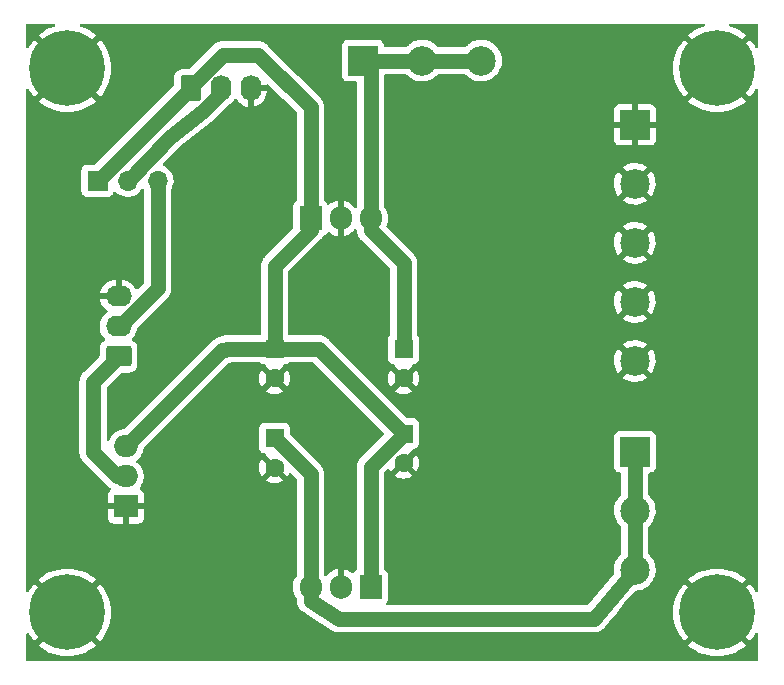
<source format=gbr>
%TF.GenerationSoftware,KiCad,Pcbnew,(6.0.6)*%
%TF.CreationDate,2022-07-29T16:28:39-07:00*%
%TF.ProjectId,ubitx power supply,75626974-7820-4706-9f77-657220737570,rev?*%
%TF.SameCoordinates,Original*%
%TF.FileFunction,Copper,L1,Top*%
%TF.FilePolarity,Positive*%
%FSLAX46Y46*%
G04 Gerber Fmt 4.6, Leading zero omitted, Abs format (unit mm)*
G04 Created by KiCad (PCBNEW (6.0.6)) date 2022-07-29 16:28:39*
%MOMM*%
%LPD*%
G01*
G04 APERTURE LIST*
G04 Aperture macros list*
%AMRoundRect*
0 Rectangle with rounded corners*
0 $1 Rounding radius*
0 $2 $3 $4 $5 $6 $7 $8 $9 X,Y pos of 4 corners*
0 Add a 4 corners polygon primitive as box body*
4,1,4,$2,$3,$4,$5,$6,$7,$8,$9,$2,$3,0*
0 Add four circle primitives for the rounded corners*
1,1,$1+$1,$2,$3*
1,1,$1+$1,$4,$5*
1,1,$1+$1,$6,$7*
1,1,$1+$1,$8,$9*
0 Add four rect primitives between the rounded corners*
20,1,$1+$1,$2,$3,$4,$5,0*
20,1,$1+$1,$4,$5,$6,$7,0*
20,1,$1+$1,$6,$7,$8,$9,0*
20,1,$1+$1,$8,$9,$2,$3,0*%
G04 Aperture macros list end*
%TA.AperFunction,ComponentPad*%
%ADD10R,1.600000X1.600000*%
%TD*%
%TA.AperFunction,ComponentPad*%
%ADD11C,1.600000*%
%TD*%
%TA.AperFunction,ComponentPad*%
%ADD12R,2.000000X1.905000*%
%TD*%
%TA.AperFunction,ComponentPad*%
%ADD13O,2.000000X1.905000*%
%TD*%
%TA.AperFunction,ComponentPad*%
%ADD14R,2.500000X2.500000*%
%TD*%
%TA.AperFunction,ComponentPad*%
%ADD15C,2.500000*%
%TD*%
%TA.AperFunction,ComponentPad*%
%ADD16C,6.400000*%
%TD*%
%TA.AperFunction,ComponentPad*%
%ADD17R,1.905000X2.000000*%
%TD*%
%TA.AperFunction,ComponentPad*%
%ADD18O,1.905000X2.000000*%
%TD*%
%TA.AperFunction,ComponentPad*%
%ADD19RoundRect,0.250000X0.845000X-0.620000X0.845000X0.620000X-0.845000X0.620000X-0.845000X-0.620000X0*%
%TD*%
%TA.AperFunction,ComponentPad*%
%ADD20O,2.190000X1.740000*%
%TD*%
%TA.AperFunction,ComponentPad*%
%ADD21RoundRect,0.250000X-0.620000X-0.845000X0.620000X-0.845000X0.620000X0.845000X-0.620000X0.845000X0*%
%TD*%
%TA.AperFunction,ComponentPad*%
%ADD22O,1.740000X2.190000*%
%TD*%
%TA.AperFunction,ComponentPad*%
%ADD23R,1.700000X1.700000*%
%TD*%
%TA.AperFunction,ComponentPad*%
%ADD24O,1.700000X1.700000*%
%TD*%
%TA.AperFunction,ViaPad*%
%ADD25C,1.501140*%
%TD*%
%TA.AperFunction,Conductor*%
%ADD26C,1.270000*%
%TD*%
G04 APERTURE END LIST*
D10*
%TO.P,C2,1*%
%TO.N,Net-(C1-Pad1)*%
X136271000Y-94298888D03*
D11*
%TO.P,C2,2*%
%TO.N,GND*%
X136271000Y-96798888D03*
%TD*%
D12*
%TO.P,Q1,1,G*%
%TO.N,GND*%
X112776000Y-100457000D03*
D13*
%TO.P,Q1,2,D*%
%TO.N,+12V*%
X112776000Y-97917000D03*
%TO.P,Q1,3,S*%
%TO.N,Net-(C1-Pad1)*%
X112776000Y-95377000D03*
%TD*%
D10*
%TO.P,C4,1*%
%TO.N,Net-(C4-Pad1)*%
X125349000Y-94679888D03*
D11*
%TO.P,C4,2*%
%TO.N,GND*%
X125349000Y-97179888D03*
%TD*%
D14*
%TO.P,J3,1,Pin_1*%
%TO.N,GND*%
X155862000Y-68152000D03*
D15*
%TO.P,J3,2,Pin_2*%
X155862000Y-73152000D03*
%TO.P,J3,3,Pin_3*%
X155862000Y-78152000D03*
%TO.P,J3,4,Pin_4*%
X155862000Y-83152000D03*
%TO.P,J3,5,Pin_5*%
X155862000Y-88152000D03*
%TD*%
D16*
%TO.P,REF\u002A\u002A,1*%
%TO.N,GND*%
X107807000Y-109449000D03*
%TD*%
D17*
%TO.P,U1,1,VI*%
%TO.N,Net-(C1-Pad1)*%
X128397000Y-76075224D03*
D18*
%TO.P,U1,2,GND*%
%TO.N,GND*%
X130937000Y-76075224D03*
%TO.P,U1,3,VO*%
%TO.N,Net-(C3-Pad1)*%
X133477000Y-76075224D03*
%TD*%
D14*
%TO.P,J4,1,Pin_1*%
%TO.N,Net-(C4-Pad1)*%
X155862000Y-95838000D03*
D15*
%TO.P,J4,2,Pin_2*%
X155862000Y-100838000D03*
%TO.P,J4,3,Pin_3*%
X155862000Y-105838000D03*
%TD*%
D19*
%TO.P,J1,1,Pin_1*%
%TO.N,+12V*%
X112141000Y-87757000D03*
D20*
%TO.P,J1,2,Pin_2*%
%TO.N,PA Power*%
X112141000Y-85217000D03*
%TO.P,J1,3,Pin_3*%
%TO.N,GND*%
X112141000Y-82677000D03*
%TD*%
D16*
%TO.P,REF\u002A\u002A,1*%
%TO.N,GND*%
X107807000Y-63374000D03*
%TD*%
D21*
%TO.P,J5,1,Pin_1*%
%TO.N,Net-(C1-Pad1)*%
X118237000Y-65044000D03*
D22*
%TO.P,J5,2,Pin_2*%
%TO.N,Net-(J5-Pad2)*%
X120777000Y-65044000D03*
%TO.P,J5,3,Pin_3*%
%TO.N,GND*%
X123317000Y-65044000D03*
%TD*%
D10*
%TO.P,C1,1*%
%TO.N,Net-(C1-Pad1)*%
X125349000Y-87122000D03*
D11*
%TO.P,C1,2*%
%TO.N,GND*%
X125349000Y-89622000D03*
%TD*%
D16*
%TO.P,REF\u002A\u002A,1*%
%TO.N,GND*%
X162815000Y-63374000D03*
%TD*%
D10*
%TO.P,C3,1*%
%TO.N,Net-(C3-Pad1)*%
X136271000Y-87122000D03*
D11*
%TO.P,C3,2*%
%TO.N,GND*%
X136271000Y-89622000D03*
%TD*%
D23*
%TO.P,JP1,1,A*%
%TO.N,Net-(C1-Pad1)*%
X110363000Y-72898000D03*
D24*
%TO.P,JP1,2,C*%
%TO.N,Net-(J5-Pad2)*%
X112903000Y-72898000D03*
%TO.P,JP1,3,B*%
%TO.N,PA Power*%
X115443000Y-72898000D03*
%TD*%
D17*
%TO.P,U2,1,VI*%
%TO.N,Net-(C1-Pad1)*%
X133477000Y-107276224D03*
D18*
%TO.P,U2,2,GND*%
%TO.N,GND*%
X130937000Y-107276224D03*
%TO.P,U2,3,VO*%
%TO.N,Net-(C4-Pad1)*%
X128397000Y-107276224D03*
%TD*%
D16*
%TO.P,REF\u002A\u002A,1*%
%TO.N,GND*%
X162815000Y-109449000D03*
%TD*%
D14*
%TO.P,J2,1,Pin_1*%
%TO.N,Net-(C3-Pad1)*%
X132842000Y-62722000D03*
D15*
%TO.P,J2,2,Pin_2*%
X137842000Y-62722000D03*
%TO.P,J2,3,Pin_3*%
X142842000Y-62722000D03*
%TD*%
D25*
%TO.N,GND*%
X134874000Y-111887000D03*
X129540000Y-92202000D03*
X142875000Y-81280000D03*
X130429000Y-82550000D03*
X121920000Y-110998000D03*
X144272000Y-89789000D03*
X163957000Y-75311000D03*
X114300000Y-108712000D03*
X154432000Y-61849000D03*
X119761000Y-95377000D03*
X120904000Y-101854000D03*
X144018000Y-73152000D03*
X106299000Y-69215000D03*
X105664000Y-101346000D03*
X164211000Y-83439000D03*
X163703000Y-69723000D03*
X105791000Y-84455000D03*
X163957000Y-94361000D03*
X120904000Y-81534000D03*
X112268000Y-61722000D03*
X120904000Y-76200000D03*
X110363000Y-67056000D03*
X139319000Y-77343000D03*
X164084000Y-101854000D03*
X140843000Y-101981000D03*
%TD*%
D26*
%TO.N,Net-(C1-Pad1)*%
X112776000Y-95377000D02*
X120904000Y-87249000D01*
X125349000Y-80123224D02*
X128397000Y-77075224D01*
X133477000Y-106276224D02*
X133477000Y-97092888D01*
X125349000Y-87122000D02*
X125349000Y-80123224D01*
X129094112Y-87122000D02*
X136271000Y-94298888D01*
X125349000Y-87122000D02*
X129094112Y-87122000D01*
X133477000Y-97092888D02*
X136271000Y-94298888D01*
X118237000Y-65044000D02*
X118237000Y-64947766D01*
X120954766Y-62230000D02*
X123952000Y-62230000D01*
X121285000Y-87122000D02*
X125349000Y-87122000D01*
X128397000Y-66675000D02*
X128397000Y-77075224D01*
X123952000Y-62230000D02*
X128397000Y-66675000D01*
X110383000Y-72898000D02*
X118237000Y-65044000D01*
X121158000Y-87249000D02*
X121285000Y-87122000D01*
X118237000Y-64947766D02*
X120954766Y-62230000D01*
X120904000Y-87249000D02*
X121158000Y-87249000D01*
X110363000Y-72898000D02*
X110383000Y-72898000D01*
%TO.N,Net-(C3-Pad1)*%
X132842000Y-62722000D02*
X137842000Y-62722000D01*
X137842000Y-62722000D02*
X142842000Y-62722000D01*
X133477000Y-63357000D02*
X132842000Y-62722000D01*
X136271000Y-87122000D02*
X136271000Y-79869224D01*
X133477000Y-77075224D02*
X133477000Y-63357000D01*
X136271000Y-79869224D02*
X133477000Y-77075224D01*
%TO.N,Net-(C4-Pad1)*%
X128397000Y-97727888D02*
X128397000Y-108451224D01*
X130810000Y-109982000D02*
X152400000Y-109982000D01*
X128397000Y-108451224D02*
X130810000Y-109982000D01*
X125349000Y-94679888D02*
X128397000Y-97727888D01*
X155862000Y-100838000D02*
X155862000Y-95838000D01*
X152400000Y-109982000D02*
X155862000Y-105838000D01*
X155862000Y-105838000D02*
X155862000Y-100838000D01*
%TO.N,+12V*%
X112141000Y-87757000D02*
X109982000Y-89916000D01*
X109982000Y-95885000D02*
X112014000Y-97917000D01*
X109982000Y-89916000D02*
X109982000Y-95885000D01*
X112014000Y-97917000D02*
X112776000Y-97917000D01*
%TO.N,PA Power*%
X112141000Y-85217000D02*
X112237234Y-85217000D01*
X112237234Y-85217000D02*
X115443000Y-82011234D01*
X115443000Y-82011234D02*
X115443000Y-72898000D01*
%TO.N,Net-(J5-Pad2)*%
X119306422Y-66974000D02*
X120777000Y-65503422D01*
X116459000Y-69215000D02*
X119306422Y-66974000D01*
X120777000Y-65503422D02*
X120777000Y-65044000D01*
X112903000Y-72898000D02*
X116459000Y-69215000D01*
%TD*%
%TA.AperFunction,Conductor*%
%TO.N,GND*%
G36*
X106711657Y-59610502D02*
G01*
X106758150Y-59664158D01*
X106768254Y-59734432D01*
X106738760Y-59799012D01*
X106676148Y-59838206D01*
X106662798Y-59841783D01*
X106656502Y-59843829D01*
X106299836Y-59980740D01*
X106293811Y-59983422D01*
X105953397Y-60156872D01*
X105947687Y-60160169D01*
X105627265Y-60368253D01*
X105621939Y-60372123D01*
X105383165Y-60565478D01*
X105374700Y-60577733D01*
X105381034Y-60588824D01*
X107794188Y-63001978D01*
X107808132Y-63009592D01*
X107809965Y-63009461D01*
X107816580Y-63005210D01*
X110232100Y-60589690D01*
X110239241Y-60576614D01*
X110231784Y-60566247D01*
X109992065Y-60372126D01*
X109986728Y-60368249D01*
X109666315Y-60160170D01*
X109660606Y-60156873D01*
X109320189Y-59983422D01*
X109314164Y-59980740D01*
X108957498Y-59843829D01*
X108951202Y-59841783D01*
X108937852Y-59838206D01*
X108877230Y-59801255D01*
X108846208Y-59737394D01*
X108854637Y-59666899D01*
X108899841Y-59612153D01*
X108970464Y-59590500D01*
X161651536Y-59590500D01*
X161719657Y-59610502D01*
X161766150Y-59664158D01*
X161776254Y-59734432D01*
X161746760Y-59799012D01*
X161684148Y-59838206D01*
X161670798Y-59841783D01*
X161664502Y-59843829D01*
X161307836Y-59980740D01*
X161301811Y-59983422D01*
X160961397Y-60156872D01*
X160955687Y-60160169D01*
X160635265Y-60368253D01*
X160629939Y-60372123D01*
X160391165Y-60565478D01*
X160382700Y-60577733D01*
X160389034Y-60588824D01*
X162802188Y-63001978D01*
X162816132Y-63009592D01*
X162817965Y-63009461D01*
X162824580Y-63005210D01*
X165240100Y-60589690D01*
X165247241Y-60576614D01*
X165239784Y-60566247D01*
X165000065Y-60372126D01*
X164994728Y-60368249D01*
X164674315Y-60160170D01*
X164668606Y-60156873D01*
X164328189Y-59983422D01*
X164322164Y-59980740D01*
X163965498Y-59843829D01*
X163959202Y-59841783D01*
X163945852Y-59838206D01*
X163885230Y-59801255D01*
X163854208Y-59737394D01*
X163862637Y-59666899D01*
X163907841Y-59612153D01*
X163978464Y-59590500D01*
X166181500Y-59590500D01*
X166249621Y-59610502D01*
X166296114Y-59664158D01*
X166307500Y-59716500D01*
X166307500Y-61536017D01*
X166287498Y-61604138D01*
X166233842Y-61650631D01*
X166163568Y-61660735D01*
X166098988Y-61631241D01*
X166069233Y-61593220D01*
X166032128Y-61520398D01*
X166028831Y-61514687D01*
X165820747Y-61194265D01*
X165816877Y-61188939D01*
X165623522Y-60950165D01*
X165611267Y-60941700D01*
X165600176Y-60948034D01*
X163187022Y-63361188D01*
X163179408Y-63375132D01*
X163179539Y-63376965D01*
X163183790Y-63383580D01*
X165599310Y-65799100D01*
X165612386Y-65806241D01*
X165622753Y-65798784D01*
X165816877Y-65559061D01*
X165820747Y-65553735D01*
X166028831Y-65233313D01*
X166032128Y-65227602D01*
X166069233Y-65154780D01*
X166117982Y-65103165D01*
X166186897Y-65086099D01*
X166254098Y-65109000D01*
X166298250Y-65164598D01*
X166307500Y-65211983D01*
X166307500Y-107611017D01*
X166287498Y-107679138D01*
X166233842Y-107725631D01*
X166163568Y-107735735D01*
X166098988Y-107706241D01*
X166069233Y-107668220D01*
X166032128Y-107595398D01*
X166028831Y-107589687D01*
X165820747Y-107269265D01*
X165816877Y-107263939D01*
X165623522Y-107025165D01*
X165611267Y-107016700D01*
X165600176Y-107023034D01*
X163187022Y-109436188D01*
X163179408Y-109450132D01*
X163179539Y-109451965D01*
X163183790Y-109458580D01*
X165599310Y-111874100D01*
X165612386Y-111881241D01*
X165622753Y-111873784D01*
X165816877Y-111634061D01*
X165820747Y-111628735D01*
X166028831Y-111308313D01*
X166032128Y-111302602D01*
X166069233Y-111229780D01*
X166117982Y-111178165D01*
X166186897Y-111161099D01*
X166254098Y-111184000D01*
X166298250Y-111239598D01*
X166307500Y-111286983D01*
X166307500Y-113447500D01*
X166287498Y-113515621D01*
X166233842Y-113562114D01*
X166181500Y-113573500D01*
X104450500Y-113573500D01*
X104382379Y-113553498D01*
X104335886Y-113499842D01*
X104324500Y-113447500D01*
X104324500Y-112246386D01*
X105374759Y-112246386D01*
X105382216Y-112256753D01*
X105621935Y-112450874D01*
X105627272Y-112454751D01*
X105947685Y-112662830D01*
X105953394Y-112666127D01*
X106293811Y-112839578D01*
X106299836Y-112842260D01*
X106656502Y-112979171D01*
X106662784Y-112981212D01*
X107031816Y-113080094D01*
X107038266Y-113081465D01*
X107415629Y-113141234D01*
X107422167Y-113141920D01*
X107803699Y-113161916D01*
X107810301Y-113161916D01*
X108191833Y-113141920D01*
X108198371Y-113141234D01*
X108575734Y-113081465D01*
X108582184Y-113080094D01*
X108951216Y-112981212D01*
X108957498Y-112979171D01*
X109314164Y-112842260D01*
X109320189Y-112839578D01*
X109660606Y-112666127D01*
X109666315Y-112662830D01*
X109986728Y-112454751D01*
X109992065Y-112450874D01*
X110230835Y-112257522D01*
X110238527Y-112246386D01*
X160382759Y-112246386D01*
X160390216Y-112256753D01*
X160629935Y-112450874D01*
X160635272Y-112454751D01*
X160955685Y-112662830D01*
X160961394Y-112666127D01*
X161301811Y-112839578D01*
X161307836Y-112842260D01*
X161664502Y-112979171D01*
X161670784Y-112981212D01*
X162039816Y-113080094D01*
X162046266Y-113081465D01*
X162423629Y-113141234D01*
X162430167Y-113141920D01*
X162811699Y-113161916D01*
X162818301Y-113161916D01*
X163199833Y-113141920D01*
X163206371Y-113141234D01*
X163583734Y-113081465D01*
X163590184Y-113080094D01*
X163959216Y-112981212D01*
X163965498Y-112979171D01*
X164322164Y-112842260D01*
X164328189Y-112839578D01*
X164668606Y-112666127D01*
X164674315Y-112662830D01*
X164994728Y-112454751D01*
X165000065Y-112450874D01*
X165238835Y-112257522D01*
X165247300Y-112245267D01*
X165240966Y-112234176D01*
X162827812Y-109821022D01*
X162813868Y-109813408D01*
X162812035Y-109813539D01*
X162805420Y-109817790D01*
X160389900Y-112233310D01*
X160382759Y-112246386D01*
X110238527Y-112246386D01*
X110239300Y-112245267D01*
X110232966Y-112234176D01*
X107819812Y-109821022D01*
X107805868Y-109813408D01*
X107804035Y-109813539D01*
X107797420Y-109817790D01*
X105381900Y-112233310D01*
X105374759Y-112246386D01*
X104324500Y-112246386D01*
X104324500Y-111306609D01*
X104344502Y-111238488D01*
X104398158Y-111191995D01*
X104468432Y-111181891D01*
X104533012Y-111211385D01*
X104562767Y-111249406D01*
X104589872Y-111302602D01*
X104593169Y-111308313D01*
X104801253Y-111628735D01*
X104805123Y-111634061D01*
X104998478Y-111872835D01*
X105010733Y-111881300D01*
X105021824Y-111874966D01*
X107434978Y-109461812D01*
X107441356Y-109450132D01*
X108171408Y-109450132D01*
X108171539Y-109451965D01*
X108175790Y-109458580D01*
X110591310Y-111874100D01*
X110604386Y-111881241D01*
X110614753Y-111873784D01*
X110808877Y-111634061D01*
X110812747Y-111628735D01*
X111020831Y-111308313D01*
X111024128Y-111302603D01*
X111197578Y-110962189D01*
X111200260Y-110956164D01*
X111337171Y-110599498D01*
X111339212Y-110593216D01*
X111438094Y-110224184D01*
X111439465Y-110217734D01*
X111499234Y-109840371D01*
X111499920Y-109833833D01*
X111519916Y-109452301D01*
X111519916Y-109445699D01*
X111499920Y-109064167D01*
X111499234Y-109057629D01*
X111439465Y-108680266D01*
X111438094Y-108673816D01*
X111339212Y-108304784D01*
X111337171Y-108298502D01*
X111200260Y-107941836D01*
X111197578Y-107935811D01*
X111024128Y-107595397D01*
X111020831Y-107589687D01*
X110812747Y-107269265D01*
X110808877Y-107263939D01*
X110615522Y-107025165D01*
X110603267Y-107016700D01*
X110592176Y-107023034D01*
X108179022Y-109436188D01*
X108171408Y-109450132D01*
X107441356Y-109450132D01*
X107442592Y-109447868D01*
X107442461Y-109446035D01*
X107438210Y-109439420D01*
X105022690Y-107023900D01*
X105009614Y-107016759D01*
X104999247Y-107024216D01*
X104805123Y-107263939D01*
X104801253Y-107269265D01*
X104593169Y-107589687D01*
X104589872Y-107595398D01*
X104562767Y-107648594D01*
X104514018Y-107700209D01*
X104445103Y-107717275D01*
X104377902Y-107694374D01*
X104333750Y-107638776D01*
X104324500Y-107591391D01*
X104324500Y-106652733D01*
X105374700Y-106652733D01*
X105381034Y-106663824D01*
X107794188Y-109076978D01*
X107808132Y-109084592D01*
X107809965Y-109084461D01*
X107816580Y-109080210D01*
X110232100Y-106664690D01*
X110239241Y-106651614D01*
X110231784Y-106641247D01*
X109992065Y-106447126D01*
X109986728Y-106443249D01*
X109666315Y-106235170D01*
X109660606Y-106231873D01*
X109320189Y-106058422D01*
X109314164Y-106055740D01*
X108957498Y-105918829D01*
X108951216Y-105916788D01*
X108582184Y-105817906D01*
X108575734Y-105816535D01*
X108198371Y-105756766D01*
X108191833Y-105756080D01*
X107810301Y-105736084D01*
X107803699Y-105736084D01*
X107422167Y-105756080D01*
X107415629Y-105756766D01*
X107038266Y-105816535D01*
X107031816Y-105817906D01*
X106662784Y-105916788D01*
X106656502Y-105918829D01*
X106299836Y-106055740D01*
X106293811Y-106058422D01*
X105953397Y-106231872D01*
X105947687Y-106235169D01*
X105627265Y-106443253D01*
X105621939Y-106447123D01*
X105383165Y-106640478D01*
X105374700Y-106652733D01*
X104324500Y-106652733D01*
X104324500Y-101454169D01*
X111268001Y-101454169D01*
X111268371Y-101460990D01*
X111273895Y-101511852D01*
X111277521Y-101527104D01*
X111322676Y-101647554D01*
X111331214Y-101663149D01*
X111407715Y-101765224D01*
X111420276Y-101777785D01*
X111522351Y-101854286D01*
X111537946Y-101862824D01*
X111658394Y-101907978D01*
X111673649Y-101911605D01*
X111724514Y-101917131D01*
X111731328Y-101917500D01*
X112503885Y-101917500D01*
X112519124Y-101913025D01*
X112520329Y-101911635D01*
X112522000Y-101903952D01*
X112522000Y-101899384D01*
X113030000Y-101899384D01*
X113034475Y-101914623D01*
X113035865Y-101915828D01*
X113043548Y-101917499D01*
X113820669Y-101917499D01*
X113827490Y-101917129D01*
X113878352Y-101911605D01*
X113893604Y-101907979D01*
X114014054Y-101862824D01*
X114029649Y-101854286D01*
X114131724Y-101777785D01*
X114144285Y-101765224D01*
X114220786Y-101663149D01*
X114229324Y-101647554D01*
X114274478Y-101527106D01*
X114278105Y-101511851D01*
X114283631Y-101460986D01*
X114284000Y-101454172D01*
X114284000Y-100729115D01*
X114279525Y-100713876D01*
X114278135Y-100712671D01*
X114270452Y-100711000D01*
X113048115Y-100711000D01*
X113032876Y-100715475D01*
X113031671Y-100716865D01*
X113030000Y-100724548D01*
X113030000Y-101899384D01*
X112522000Y-101899384D01*
X112522000Y-100729115D01*
X112517525Y-100713876D01*
X112516135Y-100712671D01*
X112508452Y-100711000D01*
X111286116Y-100711000D01*
X111270877Y-100715475D01*
X111269672Y-100716865D01*
X111268001Y-100724548D01*
X111268001Y-101454169D01*
X104324500Y-101454169D01*
X104324500Y-95915061D01*
X108833994Y-95915061D01*
X108844399Y-96002973D01*
X108844736Y-96006186D01*
X108852831Y-96094279D01*
X108854399Y-96099839D01*
X108855061Y-96103412D01*
X108857250Y-96114415D01*
X108858018Y-96118028D01*
X108858697Y-96123765D01*
X108884938Y-96208276D01*
X108885854Y-96211373D01*
X108909877Y-96296549D01*
X108912435Y-96301737D01*
X108913760Y-96305188D01*
X108917901Y-96315566D01*
X108919304Y-96318953D01*
X108921018Y-96324473D01*
X108923709Y-96329587D01*
X108923709Y-96329588D01*
X108962198Y-96402745D01*
X108963695Y-96405681D01*
X109002829Y-96485037D01*
X109006287Y-96489668D01*
X109008250Y-96492871D01*
X109014173Y-96502258D01*
X109016182Y-96505351D01*
X109018871Y-96510463D01*
X109073656Y-96579956D01*
X109075627Y-96582526D01*
X109125116Y-96648801D01*
X109125123Y-96648808D01*
X109128573Y-96653429D01*
X109132807Y-96657343D01*
X109132809Y-96657345D01*
X109188973Y-96709262D01*
X109192539Y-96712692D01*
X111175151Y-98695304D01*
X111180788Y-98701322D01*
X111223494Y-98750019D01*
X111228029Y-98753594D01*
X111228030Y-98753595D01*
X111292982Y-98804798D01*
X111295547Y-98806876D01*
X111359100Y-98859734D01*
X111359105Y-98859738D01*
X111363540Y-98863426D01*
X111368574Y-98866245D01*
X111371584Y-98868314D01*
X111380854Y-98874508D01*
X111383999Y-98876551D01*
X111388537Y-98880128D01*
X111393645Y-98882816D01*
X111393649Y-98882818D01*
X111431556Y-98902761D01*
X111482529Y-98952180D01*
X111498692Y-99021313D01*
X111474914Y-99088209D01*
X111448455Y-99115095D01*
X111420278Y-99136213D01*
X111407715Y-99148776D01*
X111331214Y-99250851D01*
X111322676Y-99266446D01*
X111277522Y-99386894D01*
X111273895Y-99402149D01*
X111268369Y-99453014D01*
X111268000Y-99459828D01*
X111268000Y-100184885D01*
X111272475Y-100200124D01*
X111273865Y-100201329D01*
X111281548Y-100203000D01*
X114265884Y-100203000D01*
X114281123Y-100198525D01*
X114282328Y-100197135D01*
X114283999Y-100189452D01*
X114283999Y-99459831D01*
X114283629Y-99453010D01*
X114278105Y-99402148D01*
X114274479Y-99386896D01*
X114229324Y-99266446D01*
X114220786Y-99250851D01*
X114144285Y-99148776D01*
X114131724Y-99136215D01*
X114029649Y-99059714D01*
X114014055Y-99051176D01*
X114002487Y-99046840D01*
X113945721Y-99004199D01*
X113921020Y-98937638D01*
X113936226Y-98868289D01*
X113947832Y-98850765D01*
X114041367Y-98732330D01*
X114041370Y-98732325D01*
X114044568Y-98728276D01*
X114059448Y-98701322D01*
X114158177Y-98522474D01*
X114158179Y-98522470D01*
X114160674Y-98517950D01*
X114176445Y-98473416D01*
X114239144Y-98296360D01*
X114239145Y-98296356D01*
X114240870Y-98291485D01*
X114241778Y-98286389D01*
X114245419Y-98265950D01*
X124627493Y-98265950D01*
X124636789Y-98277965D01*
X124687994Y-98313819D01*
X124697489Y-98319302D01*
X124894947Y-98411378D01*
X124905239Y-98415124D01*
X125115688Y-98471513D01*
X125126481Y-98473416D01*
X125343525Y-98492405D01*
X125354475Y-98492405D01*
X125571519Y-98473416D01*
X125582312Y-98471513D01*
X125792761Y-98415124D01*
X125803053Y-98411378D01*
X126000511Y-98319302D01*
X126010006Y-98313819D01*
X126062048Y-98277379D01*
X126070424Y-98266900D01*
X126063356Y-98253454D01*
X125361812Y-97551910D01*
X125347868Y-97544296D01*
X125346035Y-97544427D01*
X125339420Y-97548678D01*
X124633923Y-98254175D01*
X124627493Y-98265950D01*
X114245419Y-98265950D01*
X114282095Y-98060052D01*
X114282096Y-98060046D01*
X114283001Y-98054963D01*
X114285231Y-97872454D01*
X114285873Y-97819907D01*
X114285873Y-97819905D01*
X114285936Y-97814737D01*
X114249596Y-97577256D01*
X114212906Y-97465003D01*
X114176566Y-97353817D01*
X114176563Y-97353811D01*
X114174958Y-97348899D01*
X114172481Y-97344139D01*
X114089826Y-97185363D01*
X124036483Y-97185363D01*
X124055472Y-97402407D01*
X124057375Y-97413200D01*
X124113764Y-97623649D01*
X124117510Y-97633941D01*
X124209586Y-97831399D01*
X124215069Y-97840894D01*
X124251509Y-97892936D01*
X124261988Y-97901312D01*
X124275434Y-97894244D01*
X124976978Y-97192700D01*
X124984592Y-97178756D01*
X124984461Y-97176923D01*
X124980210Y-97170308D01*
X124274713Y-96464811D01*
X124262938Y-96458381D01*
X124250923Y-96467677D01*
X124215069Y-96518882D01*
X124209586Y-96528377D01*
X124117510Y-96725835D01*
X124113764Y-96736127D01*
X124057375Y-96946576D01*
X124055472Y-96957369D01*
X124036483Y-97174413D01*
X124036483Y-97185363D01*
X114089826Y-97185363D01*
X114066416Y-97140393D01*
X114064025Y-97135800D01*
X113935099Y-96964087D01*
X113922882Y-96947815D01*
X113922880Y-96947812D01*
X113919777Y-96943680D01*
X113795376Y-96824800D01*
X113749825Y-96781270D01*
X113749824Y-96781269D01*
X113746088Y-96777699D01*
X113709097Y-96752465D01*
X113664096Y-96697556D01*
X113655925Y-96627032D01*
X113687179Y-96563284D01*
X113711660Y-96542589D01*
X113713635Y-96541311D01*
X113717977Y-96538502D01*
X113895670Y-96376814D01*
X114027572Y-96209797D01*
X114041367Y-96192330D01*
X114041370Y-96192325D01*
X114044568Y-96188276D01*
X114067146Y-96147377D01*
X114158177Y-95982474D01*
X114158179Y-95982470D01*
X114160674Y-95977950D01*
X114179384Y-95925117D01*
X114239144Y-95756360D01*
X114239145Y-95756356D01*
X114240870Y-95751485D01*
X114254876Y-95672859D01*
X114282083Y-95520117D01*
X114317035Y-95453118D01*
X119062091Y-90708062D01*
X124627493Y-90708062D01*
X124636789Y-90720077D01*
X124687994Y-90755931D01*
X124697489Y-90761414D01*
X124894947Y-90853490D01*
X124905239Y-90857236D01*
X125115688Y-90913625D01*
X125126481Y-90915528D01*
X125343525Y-90934517D01*
X125354475Y-90934517D01*
X125571519Y-90915528D01*
X125582312Y-90913625D01*
X125792761Y-90857236D01*
X125803053Y-90853490D01*
X126000511Y-90761414D01*
X126010006Y-90755931D01*
X126062048Y-90719491D01*
X126070424Y-90709012D01*
X126063356Y-90695566D01*
X125361812Y-89994022D01*
X125347868Y-89986408D01*
X125346035Y-89986539D01*
X125339420Y-89990790D01*
X124633923Y-90696287D01*
X124627493Y-90708062D01*
X119062091Y-90708062D01*
X120142678Y-89627475D01*
X124036483Y-89627475D01*
X124055472Y-89844519D01*
X124057375Y-89855312D01*
X124113764Y-90065761D01*
X124117510Y-90076053D01*
X124209586Y-90273511D01*
X124215069Y-90283006D01*
X124251509Y-90335048D01*
X124261988Y-90343424D01*
X124275434Y-90336356D01*
X124976978Y-89634812D01*
X124983356Y-89623132D01*
X125713408Y-89623132D01*
X125713539Y-89624965D01*
X125717790Y-89631580D01*
X126423287Y-90337077D01*
X126435062Y-90343507D01*
X126447077Y-90334211D01*
X126482931Y-90283006D01*
X126488414Y-90273511D01*
X126580490Y-90076053D01*
X126584236Y-90065761D01*
X126640625Y-89855312D01*
X126642528Y-89844519D01*
X126661517Y-89627475D01*
X126661517Y-89616525D01*
X126642528Y-89399481D01*
X126640625Y-89388688D01*
X126584236Y-89178239D01*
X126580490Y-89167947D01*
X126488414Y-88970489D01*
X126482931Y-88960994D01*
X126446491Y-88908952D01*
X126436012Y-88900576D01*
X126422566Y-88907644D01*
X125721022Y-89609188D01*
X125713408Y-89623132D01*
X124983356Y-89623132D01*
X124984592Y-89620868D01*
X124984461Y-89619035D01*
X124980210Y-89612420D01*
X124274713Y-88906923D01*
X124262938Y-88900493D01*
X124250923Y-88909789D01*
X124215069Y-88960994D01*
X124209586Y-88970489D01*
X124117510Y-89167947D01*
X124113764Y-89178239D01*
X124057375Y-89388688D01*
X124055472Y-89399481D01*
X124036483Y-89616525D01*
X124036483Y-89627475D01*
X120142678Y-89627475D01*
X121376330Y-88393823D01*
X121428060Y-88362586D01*
X121481276Y-88346062D01*
X121484373Y-88345146D01*
X121569549Y-88321123D01*
X121574737Y-88318565D01*
X121578188Y-88317240D01*
X121588566Y-88313099D01*
X121591953Y-88311696D01*
X121597473Y-88309982D01*
X121654478Y-88279991D01*
X121713144Y-88265500D01*
X124117397Y-88265500D01*
X124185518Y-88285502D01*
X124192956Y-88290670D01*
X124302295Y-88372615D01*
X124438684Y-88423745D01*
X124482252Y-88428478D01*
X124497486Y-88430133D01*
X124497489Y-88430133D01*
X124500866Y-88430500D01*
X124504185Y-88430500D01*
X124571110Y-88454153D01*
X124606804Y-88500156D01*
X124608734Y-88499141D01*
X124614442Y-88510000D01*
X124614632Y-88510245D01*
X124614653Y-88510403D01*
X124634644Y-88548434D01*
X125336188Y-89249978D01*
X125350132Y-89257592D01*
X125351965Y-89257461D01*
X125358580Y-89253210D01*
X126064077Y-88547713D01*
X126086871Y-88505971D01*
X126089047Y-88495971D01*
X126139253Y-88445773D01*
X126192814Y-88430549D01*
X126193719Y-88430500D01*
X126197134Y-88430500D01*
X126200530Y-88430131D01*
X126200532Y-88430131D01*
X126212879Y-88428790D01*
X126259316Y-88423745D01*
X126395705Y-88372615D01*
X126505039Y-88290674D01*
X126571544Y-88265826D01*
X126580603Y-88265500D01*
X128568269Y-88265500D01*
X128636390Y-88285502D01*
X128657364Y-88302405D01*
X134564752Y-94209793D01*
X134598778Y-94272105D01*
X134593713Y-94342920D01*
X134564752Y-94387983D01*
X132698696Y-96254039D01*
X132692678Y-96259676D01*
X132643981Y-96302382D01*
X132640406Y-96306917D01*
X132640405Y-96306918D01*
X132589202Y-96371870D01*
X132587124Y-96374435D01*
X132534266Y-96437988D01*
X132534262Y-96437993D01*
X132530574Y-96442428D01*
X132527755Y-96447462D01*
X132525686Y-96450472D01*
X132519492Y-96459742D01*
X132517449Y-96462887D01*
X132513872Y-96467425D01*
X132511184Y-96472533D01*
X132511182Y-96472537D01*
X132472688Y-96545704D01*
X132471118Y-96548594D01*
X132427885Y-96625792D01*
X132426028Y-96631264D01*
X132424514Y-96634664D01*
X132420127Y-96644875D01*
X132418705Y-96648309D01*
X132416018Y-96653415D01*
X132414306Y-96658929D01*
X132414305Y-96658931D01*
X132389788Y-96737887D01*
X132388769Y-96741023D01*
X132375107Y-96781270D01*
X132360331Y-96824800D01*
X132359502Y-96830513D01*
X132358659Y-96834026D01*
X132356167Y-96845039D01*
X132355409Y-96848606D01*
X132353696Y-96854122D01*
X132353018Y-96859850D01*
X132353017Y-96859855D01*
X132343297Y-96941986D01*
X132342870Y-96945228D01*
X132330175Y-97032785D01*
X132330402Y-97038553D01*
X132333403Y-97114942D01*
X132333500Y-97119889D01*
X132333500Y-105721898D01*
X132313498Y-105790019D01*
X132276774Y-105824247D01*
X132277795Y-105825609D01*
X132161239Y-105912963D01*
X132073885Y-106029519D01*
X132070734Y-106037925D01*
X132066242Y-106049907D01*
X132023599Y-106106671D01*
X131957038Y-106131370D01*
X131887689Y-106116162D01*
X131870168Y-106104558D01*
X131752056Y-106011279D01*
X131743469Y-106005574D01*
X131542278Y-105894510D01*
X131532866Y-105890280D01*
X131316232Y-105813565D01*
X131306261Y-105810931D01*
X131208837Y-105793577D01*
X131195540Y-105795037D01*
X131191000Y-105809594D01*
X131191000Y-107404224D01*
X131170998Y-107472345D01*
X131117342Y-107518838D01*
X131065000Y-107530224D01*
X130809000Y-107530224D01*
X130740879Y-107510222D01*
X130694386Y-107456566D01*
X130683000Y-107404224D01*
X130683000Y-105808128D01*
X130679082Y-105794784D01*
X130664806Y-105792797D01*
X130602485Y-105802334D01*
X130592457Y-105804723D01*
X130374012Y-105876122D01*
X130364503Y-105880119D01*
X130160656Y-105986235D01*
X130151931Y-105991729D01*
X129968148Y-106129717D01*
X129960441Y-106136560D01*
X129801661Y-106302715D01*
X129795177Y-106310722D01*
X129772763Y-106343580D01*
X129717852Y-106388583D01*
X129647328Y-106396756D01*
X129583580Y-106365502D01*
X129562886Y-106341024D01*
X129560712Y-106337662D01*
X129540500Y-106269217D01*
X129540500Y-97770693D01*
X129540770Y-97762452D01*
X129544628Y-97703593D01*
X129545006Y-97697827D01*
X129534602Y-97609929D01*
X129534259Y-97606654D01*
X129532705Y-97589745D01*
X129526169Y-97518609D01*
X129524599Y-97513043D01*
X129523914Y-97509347D01*
X129521756Y-97498498D01*
X129520983Y-97494862D01*
X129520304Y-97489123D01*
X129494069Y-97404632D01*
X129493140Y-97401496D01*
X129470693Y-97321906D01*
X129469123Y-97316339D01*
X129466565Y-97311151D01*
X129465240Y-97307700D01*
X129461099Y-97297322D01*
X129459696Y-97293935D01*
X129457982Y-97288415D01*
X129416801Y-97210142D01*
X129415305Y-97207206D01*
X129399133Y-97174413D01*
X129376171Y-97127851D01*
X129372713Y-97123220D01*
X129370750Y-97120017D01*
X129364827Y-97110630D01*
X129362818Y-97107537D01*
X129360129Y-97102425D01*
X129305344Y-97032932D01*
X129303373Y-97030362D01*
X129253884Y-96964087D01*
X129253877Y-96964080D01*
X129250427Y-96959459D01*
X129235064Y-96945257D01*
X129190027Y-96903626D01*
X129186461Y-96900196D01*
X126694405Y-94408140D01*
X126660379Y-94345828D01*
X126657500Y-94319045D01*
X126657500Y-93831754D01*
X126650745Y-93769572D01*
X126599615Y-93633183D01*
X126512261Y-93516627D01*
X126395705Y-93429273D01*
X126259316Y-93378143D01*
X126197134Y-93371388D01*
X124500866Y-93371388D01*
X124438684Y-93378143D01*
X124302295Y-93429273D01*
X124185739Y-93516627D01*
X124098385Y-93633183D01*
X124047255Y-93769572D01*
X124040500Y-93831754D01*
X124040500Y-95528022D01*
X124047255Y-95590204D01*
X124098385Y-95726593D01*
X124185739Y-95843149D01*
X124302295Y-95930503D01*
X124438684Y-95981633D01*
X124482252Y-95986366D01*
X124497486Y-95988021D01*
X124497489Y-95988021D01*
X124500866Y-95988388D01*
X124504185Y-95988388D01*
X124571110Y-96012041D01*
X124606804Y-96058044D01*
X124608734Y-96057029D01*
X124614442Y-96067888D01*
X124614632Y-96068133D01*
X124614653Y-96068291D01*
X124634644Y-96106322D01*
X126423287Y-97894965D01*
X126435062Y-97901395D01*
X126447077Y-97892099D01*
X126482931Y-97840894D01*
X126488414Y-97831399D01*
X126537963Y-97725139D01*
X126584880Y-97671854D01*
X126653157Y-97652393D01*
X126721117Y-97672935D01*
X126741253Y-97689294D01*
X127216595Y-98164636D01*
X127250621Y-98226948D01*
X127253500Y-98253731D01*
X127253500Y-106273409D01*
X127231588Y-106344412D01*
X127122314Y-106504602D01*
X127120135Y-106509297D01*
X127041159Y-106679437D01*
X127021163Y-106722514D01*
X126956960Y-106954022D01*
X126956411Y-106959159D01*
X126949459Y-107024216D01*
X126936000Y-107150152D01*
X126936000Y-107384626D01*
X126936212Y-107387199D01*
X126936212Y-107387210D01*
X126937611Y-107404224D01*
X126950678Y-107563161D01*
X127009206Y-107796168D01*
X127105003Y-108016487D01*
X127107807Y-108020822D01*
X127107809Y-108020825D01*
X127233292Y-108214791D01*
X127253500Y-108283231D01*
X127253500Y-108430208D01*
X127253448Y-108433815D01*
X127251137Y-108514523D01*
X127250879Y-108523523D01*
X127251768Y-108529226D01*
X127251768Y-108529227D01*
X127260903Y-108587835D01*
X127261877Y-108595710D01*
X127265900Y-108639485D01*
X127267831Y-108660503D01*
X127269399Y-108666061D01*
X127275607Y-108688075D01*
X127278834Y-108702869D01*
X127283246Y-108731175D01*
X127285158Y-108736616D01*
X127285159Y-108736621D01*
X127304822Y-108792582D01*
X127307214Y-108800146D01*
X127324877Y-108862773D01*
X127327431Y-108867952D01*
X127337548Y-108888467D01*
X127343416Y-108902423D01*
X127352913Y-108929453D01*
X127355790Y-108934464D01*
X127385312Y-108985889D01*
X127389040Y-108992883D01*
X127417829Y-109051261D01*
X127434975Y-109074222D01*
X127443285Y-109086872D01*
X127454668Y-109106701D01*
X127454671Y-109106706D01*
X127457547Y-109111715D01*
X127496419Y-109157455D01*
X127499690Y-109161304D01*
X127504636Y-109167510D01*
X127543573Y-109219653D01*
X127564609Y-109239098D01*
X127575090Y-109250026D01*
X127589904Y-109267458D01*
X127589907Y-109267461D01*
X127593643Y-109271857D01*
X127598118Y-109275499D01*
X127644123Y-109312940D01*
X127650098Y-109318124D01*
X127697899Y-109362310D01*
X127813624Y-109435327D01*
X128441799Y-109833833D01*
X130141910Y-110912362D01*
X130152410Y-110919801D01*
X130184537Y-110945128D01*
X130232904Y-110970576D01*
X130237487Y-110973228D01*
X130237519Y-110973172D01*
X130240029Y-110974607D01*
X130242463Y-110976151D01*
X130245033Y-110977469D01*
X130245034Y-110977469D01*
X130282311Y-110996578D01*
X130283500Y-110997195D01*
X130335893Y-111024760D01*
X130370527Y-111042982D01*
X130375991Y-111044678D01*
X130376741Y-111044985D01*
X130381837Y-111047597D01*
X130476102Y-111075771D01*
X130477312Y-111076140D01*
X130571234Y-111105304D01*
X130576903Y-111105975D01*
X130577730Y-111106147D01*
X130583196Y-111107780D01*
X130647788Y-111114729D01*
X130680923Y-111118294D01*
X130682254Y-111118444D01*
X130719669Y-111122872D01*
X130741874Y-111125500D01*
X130745572Y-111125500D01*
X130747691Y-111125625D01*
X130753747Y-111126129D01*
X130786401Y-111129642D01*
X130786409Y-111129642D01*
X130792152Y-111130260D01*
X130849803Y-111125865D01*
X130859381Y-111125500D01*
X152298168Y-111125500D01*
X152310898Y-111126516D01*
X152310901Y-111126465D01*
X152316659Y-111126855D01*
X152322367Y-111127772D01*
X152415597Y-111125536D01*
X152418618Y-111125500D01*
X152453316Y-111125500D01*
X152456190Y-111125236D01*
X152456191Y-111125236D01*
X152461865Y-111124715D01*
X152470366Y-111124223D01*
X152526691Y-111122872D01*
X152526696Y-111122871D01*
X152532467Y-111122733D01*
X152563412Y-111116227D01*
X152577782Y-111114063D01*
X152609279Y-111111169D01*
X152614841Y-111109600D01*
X152614843Y-111109600D01*
X152669068Y-111094307D01*
X152677343Y-111092272D01*
X152732482Y-111080679D01*
X152732485Y-111080678D01*
X152738131Y-111079491D01*
X152747195Y-111075760D01*
X152767367Y-111067457D01*
X152781126Y-111062703D01*
X152805986Y-111055692D01*
X152805987Y-111055692D01*
X152811549Y-111054123D01*
X152816727Y-111051570D01*
X152816731Y-111051568D01*
X152847438Y-111036424D01*
X152867278Y-111026641D01*
X152875031Y-111023138D01*
X152900743Y-111012554D01*
X152927132Y-111001692D01*
X152927135Y-111001691D01*
X152932471Y-110999494D01*
X152937318Y-110996361D01*
X152937321Y-110996360D01*
X152959023Y-110982335D01*
X152971681Y-110975155D01*
X153000037Y-110961171D01*
X153049825Y-110923993D01*
X153056807Y-110919139D01*
X153067293Y-110912362D01*
X153108978Y-110885422D01*
X153113176Y-110881456D01*
X153131960Y-110863710D01*
X153143097Y-110854344D01*
X153145041Y-110852892D01*
X153168429Y-110835427D01*
X153210598Y-110789808D01*
X153216592Y-110783748D01*
X153231182Y-110769964D01*
X153233880Y-110767415D01*
X153236253Y-110764574D01*
X153236261Y-110764566D01*
X153256095Y-110740824D01*
X153260266Y-110736078D01*
X153307170Y-110685337D01*
X153311086Y-110681101D01*
X153322335Y-110663272D01*
X153332200Y-110649727D01*
X154024521Y-109821022D01*
X154332559Y-109452301D01*
X159102084Y-109452301D01*
X159122080Y-109833833D01*
X159122766Y-109840371D01*
X159182535Y-110217734D01*
X159183906Y-110224184D01*
X159282788Y-110593216D01*
X159284829Y-110599498D01*
X159421740Y-110956164D01*
X159424422Y-110962189D01*
X159597872Y-111302603D01*
X159601169Y-111308313D01*
X159809253Y-111628735D01*
X159813123Y-111634061D01*
X160006478Y-111872835D01*
X160018733Y-111881300D01*
X160029824Y-111874966D01*
X162442978Y-109461812D01*
X162450592Y-109447868D01*
X162450461Y-109446035D01*
X162446210Y-109439420D01*
X160030690Y-107023900D01*
X160017614Y-107016759D01*
X160007247Y-107024216D01*
X159813123Y-107263939D01*
X159809253Y-107269265D01*
X159601169Y-107589687D01*
X159597872Y-107595397D01*
X159424422Y-107935811D01*
X159421740Y-107941836D01*
X159284829Y-108298502D01*
X159282788Y-108304784D01*
X159183906Y-108673816D01*
X159182535Y-108680266D01*
X159122766Y-109057629D01*
X159122080Y-109064167D01*
X159102084Y-109445699D01*
X159102084Y-109452301D01*
X154332559Y-109452301D01*
X154977536Y-108680266D01*
X155842771Y-107644583D01*
X155901795Y-107605129D01*
X155925747Y-107600116D01*
X156031257Y-107588560D01*
X156178707Y-107572412D01*
X156178712Y-107572411D01*
X156183360Y-107571902D01*
X156236164Y-107558000D01*
X156431594Y-107506548D01*
X156431596Y-107506547D01*
X156436117Y-107505357D01*
X156676262Y-107402182D01*
X156898519Y-107264646D01*
X156902082Y-107261629D01*
X156902087Y-107261626D01*
X157094439Y-107098787D01*
X157094440Y-107098786D01*
X157098005Y-107095768D01*
X157167346Y-107016700D01*
X157267257Y-106902774D01*
X157267261Y-106902769D01*
X157270339Y-106899259D01*
X157411733Y-106679437D01*
X157423762Y-106652733D01*
X160382700Y-106652733D01*
X160389034Y-106663824D01*
X162802188Y-109076978D01*
X162816132Y-109084592D01*
X162817965Y-109084461D01*
X162824580Y-109080210D01*
X165240100Y-106664690D01*
X165247241Y-106651614D01*
X165239784Y-106641247D01*
X165000065Y-106447126D01*
X164994728Y-106443249D01*
X164674315Y-106235170D01*
X164668606Y-106231873D01*
X164328189Y-106058422D01*
X164322164Y-106055740D01*
X163965498Y-105918829D01*
X163959216Y-105916788D01*
X163590184Y-105817906D01*
X163583734Y-105816535D01*
X163206371Y-105756766D01*
X163199833Y-105756080D01*
X162818301Y-105736084D01*
X162811699Y-105736084D01*
X162430167Y-105756080D01*
X162423629Y-105756766D01*
X162046266Y-105816535D01*
X162039816Y-105817906D01*
X161670784Y-105916788D01*
X161664502Y-105918829D01*
X161307836Y-106055740D01*
X161301811Y-106058422D01*
X160961397Y-106231872D01*
X160955687Y-106235169D01*
X160635265Y-106443253D01*
X160629939Y-106447123D01*
X160391165Y-106640478D01*
X160382700Y-106652733D01*
X157423762Y-106652733D01*
X157519083Y-106441129D01*
X157547316Y-106341024D01*
X157588760Y-106194076D01*
X157588761Y-106194073D01*
X157590030Y-106189572D01*
X157607055Y-106055740D01*
X157622616Y-105933421D01*
X157622616Y-105933417D01*
X157623014Y-105930291D01*
X157625431Y-105838000D01*
X157622238Y-105795037D01*
X157606407Y-105582000D01*
X157606406Y-105581996D01*
X157606061Y-105577348D01*
X157594725Y-105527248D01*
X157549408Y-105326980D01*
X157548377Y-105322423D01*
X157453647Y-105078823D01*
X157323951Y-104851902D01*
X157162138Y-104646643D01*
X157045167Y-104536608D01*
X157009255Y-104475364D01*
X157005500Y-104444833D01*
X157005500Y-102232500D01*
X157025502Y-102164379D01*
X157050088Y-102136333D01*
X157094439Y-102098787D01*
X157094440Y-102098786D01*
X157098005Y-102095768D01*
X157189729Y-101991177D01*
X157267257Y-101902774D01*
X157267261Y-101902769D01*
X157270339Y-101899259D01*
X157411733Y-101679437D01*
X157519083Y-101441129D01*
X157590030Y-101189572D01*
X157606832Y-101057496D01*
X157622616Y-100933421D01*
X157622616Y-100933417D01*
X157623014Y-100930291D01*
X157625431Y-100838000D01*
X157606061Y-100577348D01*
X157594725Y-100527248D01*
X157549408Y-100326980D01*
X157548377Y-100322423D01*
X157529603Y-100274146D01*
X157455340Y-100083176D01*
X157455339Y-100083173D01*
X157453647Y-100078823D01*
X157323951Y-99851902D01*
X157162138Y-99646643D01*
X157045167Y-99536608D01*
X157009255Y-99475364D01*
X157005500Y-99444833D01*
X157005500Y-97722500D01*
X157025502Y-97654379D01*
X157079158Y-97607886D01*
X157131500Y-97596500D01*
X157160134Y-97596500D01*
X157222316Y-97589745D01*
X157358705Y-97538615D01*
X157475261Y-97451261D01*
X157562615Y-97334705D01*
X157613745Y-97198316D01*
X157620500Y-97136134D01*
X157620500Y-94539866D01*
X157613745Y-94477684D01*
X157562615Y-94341295D01*
X157475261Y-94224739D01*
X157358705Y-94137385D01*
X157222316Y-94086255D01*
X157160134Y-94079500D01*
X154563866Y-94079500D01*
X154501684Y-94086255D01*
X154365295Y-94137385D01*
X154248739Y-94224739D01*
X154161385Y-94341295D01*
X154110255Y-94477684D01*
X154103500Y-94539866D01*
X154103500Y-97136134D01*
X154110255Y-97198316D01*
X154161385Y-97334705D01*
X154248739Y-97451261D01*
X154365295Y-97538615D01*
X154501684Y-97589745D01*
X154563866Y-97596500D01*
X154592500Y-97596500D01*
X154660621Y-97616502D01*
X154707114Y-97670158D01*
X154718500Y-97722500D01*
X154718500Y-99445018D01*
X154698498Y-99513139D01*
X154676402Y-99539020D01*
X154593494Y-99613018D01*
X154426363Y-99813970D01*
X154290771Y-100037419D01*
X154189697Y-100278455D01*
X154125359Y-100531783D01*
X154099173Y-100791839D01*
X154111713Y-101052908D01*
X154162704Y-101309256D01*
X154251026Y-101555252D01*
X154253242Y-101559376D01*
X154317753Y-101679437D01*
X154374737Y-101785491D01*
X154377532Y-101789234D01*
X154377534Y-101789237D01*
X154528330Y-101991177D01*
X154528335Y-101991183D01*
X154531122Y-101994915D01*
X154534431Y-101998195D01*
X154534436Y-101998201D01*
X154681206Y-102143695D01*
X154715502Y-102205858D01*
X154718500Y-102233178D01*
X154718500Y-104445018D01*
X154698498Y-104513139D01*
X154676402Y-104539020D01*
X154593494Y-104613018D01*
X154426363Y-104813970D01*
X154290771Y-105037419D01*
X154189697Y-105278455D01*
X154125359Y-105531783D01*
X154099173Y-105791839D01*
X154099397Y-105796505D01*
X154099397Y-105796511D01*
X154104991Y-105912963D01*
X154111713Y-106052908D01*
X154112625Y-106057494D01*
X154112626Y-106057500D01*
X154115476Y-106071827D01*
X154109150Y-106142541D01*
X154088594Y-106177194D01*
X151903048Y-108793283D01*
X151844024Y-108832737D01*
X151806352Y-108838500D01*
X134895498Y-108838500D01*
X134827377Y-108818498D01*
X134780884Y-108764842D01*
X134770780Y-108694568D01*
X134794672Y-108636935D01*
X134880115Y-108522929D01*
X134931245Y-108386540D01*
X134938000Y-108324358D01*
X134938000Y-106228090D01*
X134931245Y-106165908D01*
X134880115Y-106029519D01*
X134792761Y-105912963D01*
X134676205Y-105825609D01*
X134677489Y-105823896D01*
X134635848Y-105782164D01*
X134620500Y-105721898D01*
X134620500Y-97884950D01*
X135549493Y-97884950D01*
X135558789Y-97896965D01*
X135609994Y-97932819D01*
X135619489Y-97938302D01*
X135816947Y-98030378D01*
X135827239Y-98034124D01*
X136037688Y-98090513D01*
X136048481Y-98092416D01*
X136265525Y-98111405D01*
X136276475Y-98111405D01*
X136493519Y-98092416D01*
X136504312Y-98090513D01*
X136714761Y-98034124D01*
X136725053Y-98030378D01*
X136922511Y-97938302D01*
X136932006Y-97932819D01*
X136984048Y-97896379D01*
X136992424Y-97885900D01*
X136985356Y-97872454D01*
X136283812Y-97170910D01*
X136269868Y-97163296D01*
X136268035Y-97163427D01*
X136261420Y-97167678D01*
X135555923Y-97873175D01*
X135549493Y-97884950D01*
X134620500Y-97884950D01*
X134620500Y-97618731D01*
X134640502Y-97550610D01*
X134657405Y-97529636D01*
X134878747Y-97308294D01*
X134941059Y-97274268D01*
X135011874Y-97279333D01*
X135068710Y-97321880D01*
X135082037Y-97344139D01*
X135131586Y-97450399D01*
X135137069Y-97459894D01*
X135173509Y-97511936D01*
X135183988Y-97520312D01*
X135197434Y-97513244D01*
X135910658Y-96800020D01*
X136635408Y-96800020D01*
X136635539Y-96801853D01*
X136639790Y-96808468D01*
X137345287Y-97513965D01*
X137357062Y-97520395D01*
X137369077Y-97511099D01*
X137404931Y-97459894D01*
X137410414Y-97450399D01*
X137502490Y-97252941D01*
X137506236Y-97242649D01*
X137562625Y-97032200D01*
X137564528Y-97021407D01*
X137583517Y-96804363D01*
X137583517Y-96793413D01*
X137564528Y-96576369D01*
X137562625Y-96565576D01*
X137506236Y-96355127D01*
X137502490Y-96344835D01*
X137410414Y-96147377D01*
X137404931Y-96137882D01*
X137368491Y-96085840D01*
X137358012Y-96077464D01*
X137344566Y-96084532D01*
X136643022Y-96786076D01*
X136635408Y-96800020D01*
X135910658Y-96800020D01*
X136986077Y-95724601D01*
X137008871Y-95682859D01*
X137011047Y-95672859D01*
X137061253Y-95622661D01*
X137114814Y-95607437D01*
X137115719Y-95607388D01*
X137119134Y-95607388D01*
X137122530Y-95607019D01*
X137122532Y-95607019D01*
X137134879Y-95605678D01*
X137181316Y-95600633D01*
X137317705Y-95549503D01*
X137434261Y-95462149D01*
X137521615Y-95345593D01*
X137572745Y-95209204D01*
X137579500Y-95147022D01*
X137579500Y-93450754D01*
X137572745Y-93388572D01*
X137521615Y-93252183D01*
X137434261Y-93135627D01*
X137317705Y-93048273D01*
X137181316Y-92997143D01*
X137119134Y-92990388D01*
X136631843Y-92990388D01*
X136563722Y-92970386D01*
X136542748Y-92953483D01*
X134297327Y-90708062D01*
X135549493Y-90708062D01*
X135558789Y-90720077D01*
X135609994Y-90755931D01*
X135619489Y-90761414D01*
X135816947Y-90853490D01*
X135827239Y-90857236D01*
X136037688Y-90913625D01*
X136048481Y-90915528D01*
X136265525Y-90934517D01*
X136276475Y-90934517D01*
X136493519Y-90915528D01*
X136504312Y-90913625D01*
X136714761Y-90857236D01*
X136725053Y-90853490D01*
X136922511Y-90761414D01*
X136932006Y-90755931D01*
X136984048Y-90719491D01*
X136992424Y-90709012D01*
X136985356Y-90695566D01*
X136283812Y-89994022D01*
X136269868Y-89986408D01*
X136268035Y-89986539D01*
X136261420Y-89990790D01*
X135555923Y-90696287D01*
X135549493Y-90708062D01*
X134297327Y-90708062D01*
X133216740Y-89627475D01*
X134958483Y-89627475D01*
X134977472Y-89844519D01*
X134979375Y-89855312D01*
X135035764Y-90065761D01*
X135039510Y-90076053D01*
X135131586Y-90273511D01*
X135137069Y-90283006D01*
X135173509Y-90335048D01*
X135183988Y-90343424D01*
X135197434Y-90336356D01*
X135898978Y-89634812D01*
X135905356Y-89623132D01*
X136635408Y-89623132D01*
X136635539Y-89624965D01*
X136639790Y-89631580D01*
X137345287Y-90337077D01*
X137357062Y-90343507D01*
X137369077Y-90334211D01*
X137404931Y-90283006D01*
X137410414Y-90273511D01*
X137502490Y-90076053D01*
X137506236Y-90065761D01*
X137562625Y-89855312D01*
X137564528Y-89844519D01*
X137583517Y-89627475D01*
X137583517Y-89616525D01*
X137578671Y-89561133D01*
X154817612Y-89561133D01*
X154826325Y-89572653D01*
X154924018Y-89644284D01*
X154931928Y-89649227D01*
X155154890Y-89766533D01*
X155163453Y-89770256D01*
X155401304Y-89853318D01*
X155410313Y-89855732D01*
X155657842Y-89902727D01*
X155667098Y-89903781D01*
X155918857Y-89913673D01*
X155928171Y-89913347D01*
X156178615Y-89885920D01*
X156187792Y-89884219D01*
X156431431Y-89820074D01*
X156440251Y-89817037D01*
X156671736Y-89717583D01*
X156680008Y-89713276D01*
X156894249Y-89580700D01*
X156901188Y-89575658D01*
X156909518Y-89563019D01*
X156903456Y-89552666D01*
X155874812Y-88524022D01*
X155860868Y-88516408D01*
X155859035Y-88516539D01*
X155852420Y-88520790D01*
X154824270Y-89548940D01*
X154817612Y-89561133D01*
X137578671Y-89561133D01*
X137564528Y-89399481D01*
X137562625Y-89388688D01*
X137506236Y-89178239D01*
X137502490Y-89167947D01*
X137410414Y-88970489D01*
X137404931Y-88960994D01*
X137368491Y-88908952D01*
X137358012Y-88900576D01*
X137344566Y-88907644D01*
X136643022Y-89609188D01*
X136635408Y-89623132D01*
X135905356Y-89623132D01*
X135906592Y-89620868D01*
X135906461Y-89619035D01*
X135902210Y-89612420D01*
X135196713Y-88906923D01*
X135184938Y-88900493D01*
X135172923Y-88909789D01*
X135137069Y-88960994D01*
X135131586Y-88970489D01*
X135039510Y-89167947D01*
X135035764Y-89178239D01*
X134979375Y-89388688D01*
X134977472Y-89399481D01*
X134958483Y-89616525D01*
X134958483Y-89627475D01*
X133216740Y-89627475D01*
X129932961Y-86343696D01*
X129927324Y-86337678D01*
X129892586Y-86298067D01*
X129884618Y-86288981D01*
X129874714Y-86281173D01*
X129815130Y-86234202D01*
X129812565Y-86232124D01*
X129749012Y-86179266D01*
X129749007Y-86179262D01*
X129744572Y-86175574D01*
X129739538Y-86172755D01*
X129736528Y-86170686D01*
X129727258Y-86164492D01*
X129724113Y-86162449D01*
X129719575Y-86158872D01*
X129714467Y-86156184D01*
X129714463Y-86156182D01*
X129649665Y-86122091D01*
X129641286Y-86117682D01*
X129638396Y-86116113D01*
X129619164Y-86105342D01*
X129561208Y-86072885D01*
X129555736Y-86071028D01*
X129552336Y-86069514D01*
X129542125Y-86065127D01*
X129538691Y-86063705D01*
X129533585Y-86061018D01*
X129528071Y-86059306D01*
X129528069Y-86059305D01*
X129449113Y-86034788D01*
X129445977Y-86033769D01*
X129392832Y-86015729D01*
X129362200Y-86005331D01*
X129356487Y-86004502D01*
X129352974Y-86003659D01*
X129341961Y-86001167D01*
X129338394Y-86000409D01*
X129332878Y-85998696D01*
X129327150Y-85998018D01*
X129327145Y-85998017D01*
X129274745Y-85991816D01*
X129244994Y-85988294D01*
X129241772Y-85987870D01*
X129154215Y-85975175D01*
X129072058Y-85978403D01*
X129067111Y-85978500D01*
X126618500Y-85978500D01*
X126550379Y-85958498D01*
X126503886Y-85904842D01*
X126492500Y-85852500D01*
X126492500Y-80649067D01*
X126512502Y-80580946D01*
X126529405Y-80559972D01*
X129175304Y-77914073D01*
X129181322Y-77908436D01*
X129189631Y-77901149D01*
X129230019Y-77865730D01*
X129284798Y-77796242D01*
X129286876Y-77793677D01*
X129339734Y-77730124D01*
X129339738Y-77730119D01*
X129343426Y-77725684D01*
X129346245Y-77720650D01*
X129348314Y-77717640D01*
X129354508Y-77708370D01*
X129356551Y-77705225D01*
X129360128Y-77700687D01*
X129367151Y-77687340D01*
X129394374Y-77635595D01*
X129443793Y-77584622D01*
X129461654Y-77576280D01*
X129587795Y-77528992D01*
X129587796Y-77528991D01*
X129596205Y-77525839D01*
X129712761Y-77438485D01*
X129800115Y-77321929D01*
X129807758Y-77301541D01*
X129850401Y-77244777D01*
X129916962Y-77220078D01*
X129986311Y-77235286D01*
X130003832Y-77246890D01*
X130121944Y-77340169D01*
X130130531Y-77345874D01*
X130331722Y-77456938D01*
X130341134Y-77461168D01*
X130557768Y-77537883D01*
X130567739Y-77540517D01*
X130665163Y-77557871D01*
X130678460Y-77556411D01*
X130683000Y-77541854D01*
X130683000Y-74607128D01*
X130679082Y-74593784D01*
X130664806Y-74591797D01*
X130602485Y-74601334D01*
X130592457Y-74603723D01*
X130374012Y-74675122D01*
X130364503Y-74679119D01*
X130160656Y-74785235D01*
X130151939Y-74790724D01*
X130000901Y-74904126D01*
X129934416Y-74929031D01*
X129865020Y-74914038D01*
X129814747Y-74863908D01*
X129807268Y-74847599D01*
X129800115Y-74828519D01*
X129712761Y-74711963D01*
X129596205Y-74624609D01*
X129597489Y-74622896D01*
X129555848Y-74581164D01*
X129540500Y-74520898D01*
X129540500Y-66717795D01*
X129540770Y-66709554D01*
X129544627Y-66650705D01*
X129545005Y-66644939D01*
X129534608Y-66557092D01*
X129534264Y-66553813D01*
X129526698Y-66471477D01*
X129526698Y-66471476D01*
X129526169Y-66465721D01*
X129524601Y-66460162D01*
X129523939Y-66456588D01*
X129521750Y-66445585D01*
X129520982Y-66441972D01*
X129520303Y-66436235D01*
X129494062Y-66351724D01*
X129493139Y-66348605D01*
X129470692Y-66269015D01*
X129469123Y-66263451D01*
X129466565Y-66258263D01*
X129465240Y-66254812D01*
X129461099Y-66244434D01*
X129459696Y-66241047D01*
X129457982Y-66235527D01*
X129416801Y-66157254D01*
X129415305Y-66154318D01*
X129403882Y-66131155D01*
X129376171Y-66074963D01*
X129372713Y-66070332D01*
X129370750Y-66067129D01*
X129364827Y-66057742D01*
X129362818Y-66054649D01*
X129360129Y-66049537D01*
X129305344Y-65980044D01*
X129303373Y-65977474D01*
X129253884Y-65911199D01*
X129253877Y-65911192D01*
X129250427Y-65906571D01*
X129190026Y-65850737D01*
X129186461Y-65847308D01*
X127359287Y-64020134D01*
X131083500Y-64020134D01*
X131090255Y-64082316D01*
X131141385Y-64218705D01*
X131228739Y-64335261D01*
X131345295Y-64422615D01*
X131481684Y-64473745D01*
X131543866Y-64480500D01*
X132207500Y-64480500D01*
X132275621Y-64500502D01*
X132322114Y-64554158D01*
X132333500Y-64606500D01*
X132333500Y-75070684D01*
X132313498Y-75138805D01*
X132259842Y-75185298D01*
X132189568Y-75195402D01*
X132124988Y-75165908D01*
X132104147Y-75141929D01*
X132104067Y-75141991D01*
X132103027Y-75140641D01*
X132101708Y-75139123D01*
X132100918Y-75137902D01*
X132094622Y-75129726D01*
X131939950Y-74959744D01*
X131932417Y-74952718D01*
X131752056Y-74810279D01*
X131743469Y-74804574D01*
X131542278Y-74693510D01*
X131532866Y-74689280D01*
X131316232Y-74612565D01*
X131306261Y-74609931D01*
X131208837Y-74592577D01*
X131195540Y-74594037D01*
X131191000Y-74608594D01*
X131191000Y-77543320D01*
X131194918Y-77556664D01*
X131209194Y-77558651D01*
X131271515Y-77549114D01*
X131281543Y-77546725D01*
X131499988Y-77475326D01*
X131509497Y-77471329D01*
X131713344Y-77365213D01*
X131722069Y-77359719D01*
X131905852Y-77221731D01*
X131913559Y-77214888D01*
X132072339Y-77048733D01*
X132078822Y-77040728D01*
X132100275Y-77009279D01*
X132155187Y-76964277D01*
X132225711Y-76956106D01*
X132289458Y-76987360D01*
X132326188Y-77048118D01*
X132330093Y-77088525D01*
X132328994Y-77105285D01*
X132339399Y-77193197D01*
X132339736Y-77196410D01*
X132347831Y-77284503D01*
X132349399Y-77290063D01*
X132350061Y-77293636D01*
X132352250Y-77304639D01*
X132353018Y-77308252D01*
X132353697Y-77313989D01*
X132379938Y-77398500D01*
X132380854Y-77401597D01*
X132404877Y-77486773D01*
X132407435Y-77491961D01*
X132408760Y-77495412D01*
X132412901Y-77505790D01*
X132414304Y-77509177D01*
X132416018Y-77514697D01*
X132418709Y-77519811D01*
X132418709Y-77519812D01*
X132457198Y-77592969D01*
X132458695Y-77595905D01*
X132497829Y-77675261D01*
X132501287Y-77679892D01*
X132503250Y-77683095D01*
X132509173Y-77692482D01*
X132511182Y-77695575D01*
X132513871Y-77700687D01*
X132568656Y-77770180D01*
X132570627Y-77772750D01*
X132620116Y-77839025D01*
X132620123Y-77839032D01*
X132623573Y-77843653D01*
X132627807Y-77847567D01*
X132627809Y-77847569D01*
X132683973Y-77899486D01*
X132687539Y-77902916D01*
X135090595Y-80305972D01*
X135124621Y-80368284D01*
X135127500Y-80395067D01*
X135127500Y-85890397D01*
X135107498Y-85958518D01*
X135102330Y-85965956D01*
X135020385Y-86075295D01*
X134969255Y-86211684D01*
X134962500Y-86273866D01*
X134962500Y-87970134D01*
X134969255Y-88032316D01*
X135020385Y-88168705D01*
X135107739Y-88285261D01*
X135224295Y-88372615D01*
X135360684Y-88423745D01*
X135404252Y-88428478D01*
X135419486Y-88430133D01*
X135419489Y-88430133D01*
X135422866Y-88430500D01*
X135426185Y-88430500D01*
X135493110Y-88454153D01*
X135528804Y-88500156D01*
X135530734Y-88499141D01*
X135536442Y-88510000D01*
X135536632Y-88510245D01*
X135536653Y-88510403D01*
X135556644Y-88548434D01*
X136258188Y-89249978D01*
X136272132Y-89257592D01*
X136273965Y-89257461D01*
X136280580Y-89253210D01*
X136986077Y-88547713D01*
X137008871Y-88505971D01*
X137011047Y-88495971D01*
X137061253Y-88445773D01*
X137114814Y-88430549D01*
X137115719Y-88430500D01*
X137119134Y-88430500D01*
X137122530Y-88430131D01*
X137122532Y-88430131D01*
X137134879Y-88428790D01*
X137181316Y-88423745D01*
X137317705Y-88372615D01*
X137434261Y-88285261D01*
X137521615Y-88168705D01*
X137543426Y-88110523D01*
X154099898Y-88110523D01*
X154111987Y-88362175D01*
X154113124Y-88371435D01*
X154162274Y-88618535D01*
X154164768Y-88627528D01*
X154249900Y-88864639D01*
X154253700Y-88873174D01*
X154372946Y-89095101D01*
X154377957Y-89102968D01*
X154441446Y-89187990D01*
X154452704Y-89196439D01*
X154465123Y-89189667D01*
X155489978Y-88164812D01*
X155496356Y-88153132D01*
X156226408Y-88153132D01*
X156226539Y-88154965D01*
X156230790Y-88161580D01*
X157261913Y-89192703D01*
X157274293Y-89199463D01*
X157282634Y-89193219D01*
X157408765Y-88997127D01*
X157413212Y-88988936D01*
X157516691Y-88759222D01*
X157519882Y-88750455D01*
X157588269Y-88507976D01*
X157590129Y-88498834D01*
X157622116Y-88247396D01*
X157622597Y-88241108D01*
X157624847Y-88155160D01*
X157624696Y-88148851D01*
X157605912Y-87896074D01*
X157604536Y-87886868D01*
X157548929Y-87641126D01*
X157546205Y-87632215D01*
X157454888Y-87397392D01*
X157450877Y-87388983D01*
X157325854Y-87170240D01*
X157320643Y-87162514D01*
X157283391Y-87115261D01*
X157271466Y-87106790D01*
X157259934Y-87113276D01*
X156234022Y-88139188D01*
X156226408Y-88153132D01*
X155496356Y-88153132D01*
X155497592Y-88150868D01*
X155497461Y-88149035D01*
X155493210Y-88142420D01*
X154463321Y-87112531D01*
X154450013Y-87105264D01*
X154439974Y-87112386D01*
X154429761Y-87124666D01*
X154424346Y-87132258D01*
X154293646Y-87347646D01*
X154289408Y-87355963D01*
X154191981Y-87588299D01*
X154189020Y-87597149D01*
X154127006Y-87841331D01*
X154125384Y-87850528D01*
X154100143Y-88101198D01*
X154099898Y-88110523D01*
X137543426Y-88110523D01*
X137572745Y-88032316D01*
X137579500Y-87970134D01*
X137579500Y-86740803D01*
X154815216Y-86740803D01*
X154819789Y-86750579D01*
X155849188Y-87779978D01*
X155863132Y-87787592D01*
X155864965Y-87787461D01*
X155871580Y-87783210D01*
X156900419Y-86754371D01*
X156906803Y-86742681D01*
X156897391Y-86730570D01*
X156760593Y-86635670D01*
X156752565Y-86630942D01*
X156526593Y-86519505D01*
X156517960Y-86516017D01*
X156277998Y-86439205D01*
X156268938Y-86437029D01*
X156020260Y-86396529D01*
X156010973Y-86395717D01*
X155759053Y-86392419D01*
X155749742Y-86392989D01*
X155500097Y-86426964D01*
X155490978Y-86428902D01*
X155249098Y-86499404D01*
X155240367Y-86502667D01*
X155011558Y-86608151D01*
X155003406Y-86612670D01*
X154824353Y-86730062D01*
X154815216Y-86740803D01*
X137579500Y-86740803D01*
X137579500Y-86273866D01*
X137572745Y-86211684D01*
X137521615Y-86075295D01*
X137439674Y-85965961D01*
X137414826Y-85899456D01*
X137414500Y-85890397D01*
X137414500Y-84561133D01*
X154817612Y-84561133D01*
X154826325Y-84572653D01*
X154924018Y-84644284D01*
X154931928Y-84649227D01*
X155154890Y-84766533D01*
X155163453Y-84770256D01*
X155401304Y-84853318D01*
X155410313Y-84855732D01*
X155657842Y-84902727D01*
X155667098Y-84903781D01*
X155918857Y-84913673D01*
X155928171Y-84913347D01*
X156178615Y-84885920D01*
X156187792Y-84884219D01*
X156431431Y-84820074D01*
X156440251Y-84817037D01*
X156671736Y-84717583D01*
X156680008Y-84713276D01*
X156894249Y-84580700D01*
X156901188Y-84575658D01*
X156909518Y-84563019D01*
X156903456Y-84552666D01*
X155874812Y-83524022D01*
X155860868Y-83516408D01*
X155859035Y-83516539D01*
X155852420Y-83520790D01*
X154824270Y-84548940D01*
X154817612Y-84561133D01*
X137414500Y-84561133D01*
X137414500Y-83110523D01*
X154099898Y-83110523D01*
X154111987Y-83362175D01*
X154113124Y-83371435D01*
X154162274Y-83618535D01*
X154164768Y-83627528D01*
X154249900Y-83864639D01*
X154253700Y-83873174D01*
X154372946Y-84095101D01*
X154377957Y-84102968D01*
X154441446Y-84187990D01*
X154452704Y-84196439D01*
X154465123Y-84189667D01*
X155489978Y-83164812D01*
X155496356Y-83153132D01*
X156226408Y-83153132D01*
X156226539Y-83154965D01*
X156230790Y-83161580D01*
X157261913Y-84192703D01*
X157274293Y-84199463D01*
X157282634Y-84193219D01*
X157408765Y-83997127D01*
X157413212Y-83988936D01*
X157516691Y-83759222D01*
X157519882Y-83750455D01*
X157588269Y-83507976D01*
X157590129Y-83498834D01*
X157622116Y-83247396D01*
X157622597Y-83241108D01*
X157624847Y-83155160D01*
X157624696Y-83148851D01*
X157605912Y-82896074D01*
X157604536Y-82886868D01*
X157548929Y-82641126D01*
X157546205Y-82632215D01*
X157454888Y-82397392D01*
X157450877Y-82388983D01*
X157325854Y-82170240D01*
X157320643Y-82162514D01*
X157283391Y-82115261D01*
X157271466Y-82106790D01*
X157259934Y-82113276D01*
X156234022Y-83139188D01*
X156226408Y-83153132D01*
X155496356Y-83153132D01*
X155497592Y-83150868D01*
X155497461Y-83149035D01*
X155493210Y-83142420D01*
X154463321Y-82112531D01*
X154450013Y-82105264D01*
X154439974Y-82112386D01*
X154429761Y-82124666D01*
X154424346Y-82132258D01*
X154293646Y-82347646D01*
X154289408Y-82355963D01*
X154191981Y-82588299D01*
X154189020Y-82597149D01*
X154127006Y-82841331D01*
X154125384Y-82850528D01*
X154100143Y-83101198D01*
X154099898Y-83110523D01*
X137414500Y-83110523D01*
X137414500Y-81740803D01*
X154815216Y-81740803D01*
X154819789Y-81750579D01*
X155849188Y-82779978D01*
X155863132Y-82787592D01*
X155864965Y-82787461D01*
X155871580Y-82783210D01*
X156900419Y-81754371D01*
X156906803Y-81742681D01*
X156897391Y-81730570D01*
X156760593Y-81635670D01*
X156752565Y-81630942D01*
X156526593Y-81519505D01*
X156517960Y-81516017D01*
X156277998Y-81439205D01*
X156268938Y-81437029D01*
X156020260Y-81396529D01*
X156010973Y-81395717D01*
X155759053Y-81392419D01*
X155749742Y-81392989D01*
X155500097Y-81426964D01*
X155490978Y-81428902D01*
X155249098Y-81499404D01*
X155240367Y-81502667D01*
X155011558Y-81608151D01*
X155003406Y-81612670D01*
X154824353Y-81730062D01*
X154815216Y-81740803D01*
X137414500Y-81740803D01*
X137414500Y-79912029D01*
X137414770Y-79903788D01*
X137418628Y-79844929D01*
X137419006Y-79839163D01*
X137408602Y-79751265D01*
X137408259Y-79747990D01*
X137400698Y-79665704D01*
X137400169Y-79659945D01*
X137398599Y-79654379D01*
X137397914Y-79650683D01*
X137395756Y-79639834D01*
X137394983Y-79636198D01*
X137394304Y-79630459D01*
X137372778Y-79561133D01*
X154817612Y-79561133D01*
X154826325Y-79572653D01*
X154924018Y-79644284D01*
X154931928Y-79649227D01*
X155154890Y-79766533D01*
X155163453Y-79770256D01*
X155401304Y-79853318D01*
X155410313Y-79855732D01*
X155657842Y-79902727D01*
X155667098Y-79903781D01*
X155918857Y-79913673D01*
X155928171Y-79913347D01*
X156178615Y-79885920D01*
X156187792Y-79884219D01*
X156431431Y-79820074D01*
X156440251Y-79817037D01*
X156671736Y-79717583D01*
X156680008Y-79713276D01*
X156894249Y-79580700D01*
X156901188Y-79575658D01*
X156909518Y-79563019D01*
X156903456Y-79552666D01*
X155874812Y-78524022D01*
X155860868Y-78516408D01*
X155859035Y-78516539D01*
X155852420Y-78520790D01*
X154824270Y-79548940D01*
X154817612Y-79561133D01*
X137372778Y-79561133D01*
X137368069Y-79545968D01*
X137367140Y-79542832D01*
X137344693Y-79463242D01*
X137343123Y-79457675D01*
X137340565Y-79452487D01*
X137339240Y-79449036D01*
X137335099Y-79438658D01*
X137333696Y-79435271D01*
X137331982Y-79429751D01*
X137290801Y-79351478D01*
X137289305Y-79348542D01*
X137279622Y-79328908D01*
X137250171Y-79269187D01*
X137246713Y-79264556D01*
X137244750Y-79261353D01*
X137238827Y-79251966D01*
X137236818Y-79248873D01*
X137234129Y-79243761D01*
X137179344Y-79174268D01*
X137177373Y-79171698D01*
X137127884Y-79105423D01*
X137127877Y-79105416D01*
X137124427Y-79100795D01*
X137118268Y-79095101D01*
X137064027Y-79044962D01*
X137060461Y-79041532D01*
X136129452Y-78110523D01*
X154099898Y-78110523D01*
X154111987Y-78362175D01*
X154113124Y-78371435D01*
X154162274Y-78618535D01*
X154164768Y-78627528D01*
X154249900Y-78864639D01*
X154253700Y-78873174D01*
X154372946Y-79095101D01*
X154377957Y-79102968D01*
X154441446Y-79187990D01*
X154452704Y-79196439D01*
X154465123Y-79189667D01*
X155489978Y-78164812D01*
X155496356Y-78153132D01*
X156226408Y-78153132D01*
X156226539Y-78154965D01*
X156230790Y-78161580D01*
X157261913Y-79192703D01*
X157274293Y-79199463D01*
X157282634Y-79193219D01*
X157408765Y-78997127D01*
X157413212Y-78988936D01*
X157516691Y-78759222D01*
X157519882Y-78750455D01*
X157588269Y-78507976D01*
X157590129Y-78498834D01*
X157622116Y-78247396D01*
X157622597Y-78241108D01*
X157624847Y-78155160D01*
X157624696Y-78148851D01*
X157605912Y-77896074D01*
X157604536Y-77886868D01*
X157548929Y-77641126D01*
X157546205Y-77632215D01*
X157454888Y-77397392D01*
X157450877Y-77388983D01*
X157325854Y-77170240D01*
X157320643Y-77162514D01*
X157283391Y-77115261D01*
X157271466Y-77106790D01*
X157259934Y-77113276D01*
X156234022Y-78139188D01*
X156226408Y-78153132D01*
X155496356Y-78153132D01*
X155497592Y-78150868D01*
X155497461Y-78149035D01*
X155493210Y-78142420D01*
X154463321Y-77112531D01*
X154450013Y-77105264D01*
X154439974Y-77112386D01*
X154429761Y-77124666D01*
X154424346Y-77132258D01*
X154293646Y-77347646D01*
X154289408Y-77355963D01*
X154191981Y-77588299D01*
X154189020Y-77597149D01*
X154127006Y-77841331D01*
X154125384Y-77850528D01*
X154100143Y-78101198D01*
X154099898Y-78110523D01*
X136129452Y-78110523D01*
X134850125Y-76831196D01*
X134816099Y-76768884D01*
X134818107Y-76740803D01*
X154815216Y-76740803D01*
X154819789Y-76750579D01*
X155849188Y-77779978D01*
X155863132Y-77787592D01*
X155864965Y-77787461D01*
X155871580Y-77783210D01*
X156900419Y-76754371D01*
X156906803Y-76742681D01*
X156897391Y-76730570D01*
X156760593Y-76635670D01*
X156752565Y-76630942D01*
X156526593Y-76519505D01*
X156517960Y-76516017D01*
X156277998Y-76439205D01*
X156268938Y-76437029D01*
X156020260Y-76396529D01*
X156010973Y-76395717D01*
X155759053Y-76392419D01*
X155749742Y-76392989D01*
X155500097Y-76426964D01*
X155490978Y-76428902D01*
X155249098Y-76499404D01*
X155240367Y-76502667D01*
X155011558Y-76608151D01*
X155003406Y-76612670D01*
X154824353Y-76730062D01*
X154815216Y-76740803D01*
X134818107Y-76740803D01*
X134821164Y-76698069D01*
X134824932Y-76689051D01*
X134849710Y-76635670D01*
X134852837Y-76628934D01*
X134917040Y-76397426D01*
X134938000Y-76201296D01*
X134938000Y-75966822D01*
X134936548Y-75949152D01*
X134923746Y-75793448D01*
X134923322Y-75788287D01*
X134864794Y-75555280D01*
X134768997Y-75334961D01*
X134640708Y-75136657D01*
X134620500Y-75068217D01*
X134620500Y-74561133D01*
X154817612Y-74561133D01*
X154826325Y-74572653D01*
X154924018Y-74644284D01*
X154931928Y-74649227D01*
X155154890Y-74766533D01*
X155163453Y-74770256D01*
X155401304Y-74853318D01*
X155410313Y-74855732D01*
X155657842Y-74902727D01*
X155667098Y-74903781D01*
X155918857Y-74913673D01*
X155928171Y-74913347D01*
X156178615Y-74885920D01*
X156187792Y-74884219D01*
X156431431Y-74820074D01*
X156440251Y-74817037D01*
X156671736Y-74717583D01*
X156680008Y-74713276D01*
X156894250Y-74580699D01*
X156901188Y-74575658D01*
X156909518Y-74563019D01*
X156903456Y-74552666D01*
X155874812Y-73524022D01*
X155860868Y-73516408D01*
X155859035Y-73516539D01*
X155852420Y-73520790D01*
X154824270Y-74548940D01*
X154817612Y-74561133D01*
X134620500Y-74561133D01*
X134620500Y-73110523D01*
X154099898Y-73110523D01*
X154111987Y-73362175D01*
X154113124Y-73371435D01*
X154162274Y-73618535D01*
X154164768Y-73627528D01*
X154249900Y-73864639D01*
X154253700Y-73873174D01*
X154372946Y-74095101D01*
X154377957Y-74102968D01*
X154441446Y-74187990D01*
X154452704Y-74196439D01*
X154465123Y-74189667D01*
X155489978Y-73164812D01*
X155496356Y-73153132D01*
X156226408Y-73153132D01*
X156226539Y-73154965D01*
X156230790Y-73161580D01*
X157261913Y-74192703D01*
X157274293Y-74199463D01*
X157282634Y-74193219D01*
X157408765Y-73997127D01*
X157413212Y-73988936D01*
X157516691Y-73759222D01*
X157519882Y-73750455D01*
X157588269Y-73507976D01*
X157590129Y-73498834D01*
X157622116Y-73247396D01*
X157622597Y-73241108D01*
X157624847Y-73155160D01*
X157624696Y-73148851D01*
X157605912Y-72896074D01*
X157604536Y-72886868D01*
X157548929Y-72641126D01*
X157546205Y-72632215D01*
X157454888Y-72397392D01*
X157450877Y-72388983D01*
X157325854Y-72170240D01*
X157320643Y-72162514D01*
X157283391Y-72115261D01*
X157271466Y-72106790D01*
X157259934Y-72113276D01*
X156234022Y-73139188D01*
X156226408Y-73153132D01*
X155496356Y-73153132D01*
X155497592Y-73150868D01*
X155497461Y-73149035D01*
X155493210Y-73142420D01*
X154463321Y-72112531D01*
X154450013Y-72105264D01*
X154439974Y-72112386D01*
X154429761Y-72124666D01*
X154424346Y-72132258D01*
X154293646Y-72347646D01*
X154289408Y-72355963D01*
X154191981Y-72588299D01*
X154189020Y-72597149D01*
X154127006Y-72841331D01*
X154125384Y-72850528D01*
X154100143Y-73101198D01*
X154099898Y-73110523D01*
X134620500Y-73110523D01*
X134620500Y-71740803D01*
X154815216Y-71740803D01*
X154819789Y-71750579D01*
X155849188Y-72779978D01*
X155863132Y-72787592D01*
X155864965Y-72787461D01*
X155871580Y-72783210D01*
X156900419Y-71754371D01*
X156906803Y-71742681D01*
X156897391Y-71730570D01*
X156760593Y-71635670D01*
X156752565Y-71630942D01*
X156526593Y-71519505D01*
X156517960Y-71516017D01*
X156277998Y-71439205D01*
X156268938Y-71437029D01*
X156020260Y-71396529D01*
X156010973Y-71395717D01*
X155759053Y-71392419D01*
X155749742Y-71392989D01*
X155500097Y-71426964D01*
X155490978Y-71428902D01*
X155249098Y-71499404D01*
X155240367Y-71502667D01*
X155011558Y-71608151D01*
X155003406Y-71612670D01*
X154824353Y-71730062D01*
X154815216Y-71740803D01*
X134620500Y-71740803D01*
X134620500Y-69446669D01*
X154104001Y-69446669D01*
X154104371Y-69453490D01*
X154109895Y-69504352D01*
X154113521Y-69519604D01*
X154158676Y-69640054D01*
X154167214Y-69655649D01*
X154243715Y-69757724D01*
X154256276Y-69770285D01*
X154358351Y-69846786D01*
X154373946Y-69855324D01*
X154494394Y-69900478D01*
X154509649Y-69904105D01*
X154560514Y-69909631D01*
X154567328Y-69910000D01*
X155589885Y-69910000D01*
X155605124Y-69905525D01*
X155606329Y-69904135D01*
X155608000Y-69896452D01*
X155608000Y-69891884D01*
X156116000Y-69891884D01*
X156120475Y-69907123D01*
X156121865Y-69908328D01*
X156129548Y-69909999D01*
X157156669Y-69909999D01*
X157163490Y-69909629D01*
X157214352Y-69904105D01*
X157229604Y-69900479D01*
X157350054Y-69855324D01*
X157365649Y-69846786D01*
X157467724Y-69770285D01*
X157480285Y-69757724D01*
X157556786Y-69655649D01*
X157565324Y-69640054D01*
X157610478Y-69519606D01*
X157614105Y-69504351D01*
X157619631Y-69453486D01*
X157620000Y-69446672D01*
X157620000Y-68424115D01*
X157615525Y-68408876D01*
X157614135Y-68407671D01*
X157606452Y-68406000D01*
X156134115Y-68406000D01*
X156118876Y-68410475D01*
X156117671Y-68411865D01*
X156116000Y-68419548D01*
X156116000Y-69891884D01*
X155608000Y-69891884D01*
X155608000Y-68424115D01*
X155603525Y-68408876D01*
X155602135Y-68407671D01*
X155594452Y-68406000D01*
X154122116Y-68406000D01*
X154106877Y-68410475D01*
X154105672Y-68411865D01*
X154104001Y-68419548D01*
X154104001Y-69446669D01*
X134620500Y-69446669D01*
X134620500Y-67879885D01*
X154104000Y-67879885D01*
X154108475Y-67895124D01*
X154109865Y-67896329D01*
X154117548Y-67898000D01*
X155589885Y-67898000D01*
X155605124Y-67893525D01*
X155606329Y-67892135D01*
X155608000Y-67884452D01*
X155608000Y-67879885D01*
X156116000Y-67879885D01*
X156120475Y-67895124D01*
X156121865Y-67896329D01*
X156129548Y-67898000D01*
X157601884Y-67898000D01*
X157617123Y-67893525D01*
X157618328Y-67892135D01*
X157619999Y-67884452D01*
X157619999Y-66857331D01*
X157619629Y-66850510D01*
X157614105Y-66799648D01*
X157610479Y-66784396D01*
X157565324Y-66663946D01*
X157556786Y-66648351D01*
X157480285Y-66546276D01*
X157467724Y-66533715D01*
X157365649Y-66457214D01*
X157350054Y-66448676D01*
X157229606Y-66403522D01*
X157214351Y-66399895D01*
X157163486Y-66394369D01*
X157156672Y-66394000D01*
X156134115Y-66394000D01*
X156118876Y-66398475D01*
X156117671Y-66399865D01*
X156116000Y-66407548D01*
X156116000Y-67879885D01*
X155608000Y-67879885D01*
X155608000Y-66412116D01*
X155603525Y-66396877D01*
X155602135Y-66395672D01*
X155594452Y-66394001D01*
X154567331Y-66394001D01*
X154560510Y-66394371D01*
X154509648Y-66399895D01*
X154494396Y-66403521D01*
X154373946Y-66448676D01*
X154358351Y-66457214D01*
X154256276Y-66533715D01*
X154243715Y-66546276D01*
X154167214Y-66648351D01*
X154158676Y-66663946D01*
X154113522Y-66784394D01*
X154109895Y-66799649D01*
X154104369Y-66850514D01*
X154104000Y-66857328D01*
X154104000Y-67879885D01*
X134620500Y-67879885D01*
X134620500Y-66171386D01*
X160382759Y-66171386D01*
X160390216Y-66181753D01*
X160629935Y-66375874D01*
X160635272Y-66379751D01*
X160955685Y-66587830D01*
X160961394Y-66591127D01*
X161301811Y-66764578D01*
X161307836Y-66767260D01*
X161664502Y-66904171D01*
X161670784Y-66906212D01*
X162039816Y-67005094D01*
X162046266Y-67006465D01*
X162423629Y-67066234D01*
X162430167Y-67066920D01*
X162811699Y-67086916D01*
X162818301Y-67086916D01*
X163199833Y-67066920D01*
X163206371Y-67066234D01*
X163583734Y-67006465D01*
X163590184Y-67005094D01*
X163959216Y-66906212D01*
X163965498Y-66904171D01*
X164322164Y-66767260D01*
X164328189Y-66764578D01*
X164668606Y-66591127D01*
X164674315Y-66587830D01*
X164994728Y-66379751D01*
X165000065Y-66375874D01*
X165238835Y-66182522D01*
X165247300Y-66170267D01*
X165240966Y-66159176D01*
X162827812Y-63746022D01*
X162813868Y-63738408D01*
X162812035Y-63738539D01*
X162805420Y-63742790D01*
X160389900Y-66158310D01*
X160382759Y-66171386D01*
X134620500Y-66171386D01*
X134620500Y-63991500D01*
X134640502Y-63923379D01*
X134694158Y-63876886D01*
X134746500Y-63865500D01*
X136445721Y-63865500D01*
X136513842Y-63885502D01*
X136534424Y-63902015D01*
X136696743Y-64062923D01*
X136700505Y-64065681D01*
X136700508Y-64065684D01*
X136817979Y-64151817D01*
X136907524Y-64217474D01*
X136911667Y-64219654D01*
X136911669Y-64219655D01*
X137134684Y-64336989D01*
X137134689Y-64336991D01*
X137138834Y-64339172D01*
X137385590Y-64425344D01*
X137390183Y-64426216D01*
X137637785Y-64473224D01*
X137637788Y-64473224D01*
X137642374Y-64474095D01*
X137772958Y-64479226D01*
X137898875Y-64484174D01*
X137898881Y-64484174D01*
X137903543Y-64484357D01*
X137992651Y-64474598D01*
X138158707Y-64456412D01*
X138158712Y-64456411D01*
X138163360Y-64455902D01*
X138276116Y-64426216D01*
X138411594Y-64390548D01*
X138411596Y-64390547D01*
X138416117Y-64389357D01*
X138656262Y-64286182D01*
X138878519Y-64148646D01*
X138882082Y-64145629D01*
X138882087Y-64145626D01*
X139034359Y-64016717D01*
X139078005Y-63979768D01*
X139140574Y-63908421D01*
X139200527Y-63870395D01*
X139235305Y-63865500D01*
X141445721Y-63865500D01*
X141513842Y-63885502D01*
X141534424Y-63902015D01*
X141696743Y-64062923D01*
X141700505Y-64065681D01*
X141700508Y-64065684D01*
X141817979Y-64151817D01*
X141907524Y-64217474D01*
X141911667Y-64219654D01*
X141911669Y-64219655D01*
X142134684Y-64336989D01*
X142134689Y-64336991D01*
X142138834Y-64339172D01*
X142385590Y-64425344D01*
X142390183Y-64426216D01*
X142637785Y-64473224D01*
X142637788Y-64473224D01*
X142642374Y-64474095D01*
X142772958Y-64479226D01*
X142898875Y-64484174D01*
X142898881Y-64484174D01*
X142903543Y-64484357D01*
X142992651Y-64474598D01*
X143158707Y-64456412D01*
X143158712Y-64456411D01*
X143163360Y-64455902D01*
X143276116Y-64426216D01*
X143411594Y-64390548D01*
X143411596Y-64390547D01*
X143416117Y-64389357D01*
X143656262Y-64286182D01*
X143878519Y-64148646D01*
X143882082Y-64145629D01*
X143882087Y-64145626D01*
X144074439Y-63982787D01*
X144074440Y-63982786D01*
X144078005Y-63979768D01*
X144168230Y-63876886D01*
X144247257Y-63786774D01*
X144247261Y-63786769D01*
X144250339Y-63783259D01*
X144276370Y-63742790D01*
X144360614Y-63611817D01*
X144391733Y-63563437D01*
X144475581Y-63377301D01*
X159102084Y-63377301D01*
X159122080Y-63758833D01*
X159122766Y-63765371D01*
X159182535Y-64142734D01*
X159183906Y-64149184D01*
X159282788Y-64518216D01*
X159284829Y-64524498D01*
X159421740Y-64881164D01*
X159424422Y-64887189D01*
X159597872Y-65227603D01*
X159601169Y-65233313D01*
X159809253Y-65553735D01*
X159813123Y-65559061D01*
X160006478Y-65797835D01*
X160018733Y-65806300D01*
X160029824Y-65799966D01*
X162442978Y-63386812D01*
X162450592Y-63372868D01*
X162450461Y-63371035D01*
X162446210Y-63364420D01*
X160030690Y-60948900D01*
X160017614Y-60941759D01*
X160007247Y-60949216D01*
X159813123Y-61188939D01*
X159809253Y-61194265D01*
X159601169Y-61514687D01*
X159597872Y-61520397D01*
X159424422Y-61860811D01*
X159421740Y-61866836D01*
X159284829Y-62223502D01*
X159282788Y-62229784D01*
X159183906Y-62598816D01*
X159182535Y-62605266D01*
X159122766Y-62982629D01*
X159122080Y-62989167D01*
X159102084Y-63370699D01*
X159102084Y-63377301D01*
X144475581Y-63377301D01*
X144499083Y-63325129D01*
X144570030Y-63073572D01*
X144603014Y-62814291D01*
X144605431Y-62722000D01*
X144586061Y-62461348D01*
X144528377Y-62206423D01*
X144433647Y-61962823D01*
X144303951Y-61735902D01*
X144142138Y-61530643D01*
X143951763Y-61351557D01*
X143769226Y-61224926D01*
X143740851Y-61205241D01*
X143740848Y-61205239D01*
X143737009Y-61202576D01*
X143709356Y-61188939D01*
X143506781Y-61089040D01*
X143506778Y-61089039D01*
X143502593Y-61086975D01*
X143489154Y-61082673D01*
X143258123Y-61008720D01*
X143253665Y-61007293D01*
X142995693Y-60965279D01*
X142881942Y-60963790D01*
X142739022Y-60961919D01*
X142739019Y-60961919D01*
X142734345Y-60961858D01*
X142475362Y-60997104D01*
X142224433Y-61070243D01*
X142220180Y-61072203D01*
X142220179Y-61072204D01*
X142183659Y-61089040D01*
X141987072Y-61179668D01*
X141948067Y-61205241D01*
X141772404Y-61320410D01*
X141772399Y-61320414D01*
X141768491Y-61322976D01*
X141716321Y-61369540D01*
X141627546Y-61448775D01*
X141573494Y-61497018D01*
X141545529Y-61530643D01*
X141543511Y-61533069D01*
X141484574Y-61572653D01*
X141446637Y-61578500D01*
X139240962Y-61578500D01*
X139172841Y-61558498D01*
X139148064Y-61537623D01*
X139145032Y-61534314D01*
X139142138Y-61530643D01*
X138951763Y-61351557D01*
X138769226Y-61224926D01*
X138740851Y-61205241D01*
X138740848Y-61205239D01*
X138737009Y-61202576D01*
X138709356Y-61188939D01*
X138506781Y-61089040D01*
X138506778Y-61089039D01*
X138502593Y-61086975D01*
X138489154Y-61082673D01*
X138258123Y-61008720D01*
X138253665Y-61007293D01*
X137995693Y-60965279D01*
X137881942Y-60963790D01*
X137739022Y-60961919D01*
X137739019Y-60961919D01*
X137734345Y-60961858D01*
X137475362Y-60997104D01*
X137224433Y-61070243D01*
X137220180Y-61072203D01*
X137220179Y-61072204D01*
X137183659Y-61089040D01*
X136987072Y-61179668D01*
X136948067Y-61205241D01*
X136772404Y-61320410D01*
X136772399Y-61320414D01*
X136768491Y-61322976D01*
X136716321Y-61369540D01*
X136627546Y-61448775D01*
X136573494Y-61497018D01*
X136545529Y-61530643D01*
X136543511Y-61533069D01*
X136484574Y-61572653D01*
X136446637Y-61578500D01*
X134726500Y-61578500D01*
X134658379Y-61558498D01*
X134611886Y-61504842D01*
X134600500Y-61452500D01*
X134600500Y-61423866D01*
X134593745Y-61361684D01*
X134542615Y-61225295D01*
X134455261Y-61108739D01*
X134338705Y-61021385D01*
X134202316Y-60970255D01*
X134140134Y-60963500D01*
X131543866Y-60963500D01*
X131481684Y-60970255D01*
X131345295Y-61021385D01*
X131228739Y-61108739D01*
X131141385Y-61225295D01*
X131090255Y-61361684D01*
X131083500Y-61423866D01*
X131083500Y-64020134D01*
X127359287Y-64020134D01*
X124790849Y-61451696D01*
X124785212Y-61445678D01*
X124746316Y-61401326D01*
X124742506Y-61396981D01*
X124688346Y-61354285D01*
X124673018Y-61342202D01*
X124670453Y-61340124D01*
X124606900Y-61287266D01*
X124606895Y-61287262D01*
X124602460Y-61283574D01*
X124597426Y-61280755D01*
X124594416Y-61278686D01*
X124585146Y-61272492D01*
X124582001Y-61270449D01*
X124577463Y-61266872D01*
X124572355Y-61264184D01*
X124572351Y-61264182D01*
X124499184Y-61225688D01*
X124496284Y-61224113D01*
X124485564Y-61218109D01*
X124454135Y-61200508D01*
X124424139Y-61183709D01*
X124424137Y-61183708D01*
X124419096Y-61180885D01*
X124413624Y-61179028D01*
X124410224Y-61177514D01*
X124400013Y-61173127D01*
X124396579Y-61171705D01*
X124391473Y-61169018D01*
X124385959Y-61167306D01*
X124385957Y-61167305D01*
X124307001Y-61142788D01*
X124303865Y-61141769D01*
X124250720Y-61123729D01*
X124220088Y-61113331D01*
X124214375Y-61112502D01*
X124210862Y-61111659D01*
X124199849Y-61109167D01*
X124196282Y-61108409D01*
X124190766Y-61106696D01*
X124185038Y-61106018D01*
X124185033Y-61106017D01*
X124132633Y-61099816D01*
X124102882Y-61096294D01*
X124099660Y-61095870D01*
X124012103Y-61083175D01*
X123929946Y-61086403D01*
X123924999Y-61086500D01*
X120997571Y-61086500D01*
X120989330Y-61086230D01*
X120978986Y-61085552D01*
X120924705Y-61081994D01*
X120836807Y-61092398D01*
X120833539Y-61092740D01*
X120745487Y-61100831D01*
X120739921Y-61102401D01*
X120736225Y-61103086D01*
X120725376Y-61105244D01*
X120721740Y-61106017D01*
X120716001Y-61106696D01*
X120631510Y-61132931D01*
X120628374Y-61133860D01*
X120596718Y-61142788D01*
X120543217Y-61157877D01*
X120538029Y-61160435D01*
X120534578Y-61161760D01*
X120524143Y-61165923D01*
X120520799Y-61167308D01*
X120515293Y-61169018D01*
X120510190Y-61171703D01*
X120510180Y-61171707D01*
X120436998Y-61210210D01*
X120434074Y-61211701D01*
X120354729Y-61250829D01*
X120350100Y-61254286D01*
X120346950Y-61256216D01*
X120337507Y-61262174D01*
X120334415Y-61264182D01*
X120329304Y-61266871D01*
X120324772Y-61270444D01*
X120324770Y-61270445D01*
X120308116Y-61283574D01*
X120261391Y-61320410D01*
X120259843Y-61321630D01*
X120257242Y-61323626D01*
X120186337Y-61376573D01*
X120182423Y-61380807D01*
X120182421Y-61380809D01*
X120130504Y-61436973D01*
X120127074Y-61440539D01*
X118164018Y-63403595D01*
X118101706Y-63437621D01*
X118074923Y-63440500D01*
X117566600Y-63440500D01*
X117563354Y-63440837D01*
X117563350Y-63440837D01*
X117467692Y-63450762D01*
X117467688Y-63450763D01*
X117460834Y-63451474D01*
X117454298Y-63453655D01*
X117454296Y-63453655D01*
X117332727Y-63494214D01*
X117293054Y-63507450D01*
X117142652Y-63600522D01*
X117017695Y-63725697D01*
X117013855Y-63731927D01*
X117013854Y-63731928D01*
X116935548Y-63858964D01*
X116924885Y-63876262D01*
X116869203Y-64044139D01*
X116868503Y-64050975D01*
X116868502Y-64050978D01*
X116866248Y-64072978D01*
X116858500Y-64148600D01*
X116858500Y-64753157D01*
X116838498Y-64821278D01*
X116821595Y-64842252D01*
X110161252Y-71502595D01*
X110098940Y-71536621D01*
X110072157Y-71539500D01*
X109464866Y-71539500D01*
X109402684Y-71546255D01*
X109266295Y-71597385D01*
X109149739Y-71684739D01*
X109062385Y-71801295D01*
X109011255Y-71937684D01*
X109004500Y-71999866D01*
X109004500Y-73796134D01*
X109011255Y-73858316D01*
X109062385Y-73994705D01*
X109149739Y-74111261D01*
X109266295Y-74198615D01*
X109402684Y-74249745D01*
X109464866Y-74256500D01*
X111261134Y-74256500D01*
X111323316Y-74249745D01*
X111459705Y-74198615D01*
X111576261Y-74111261D01*
X111663615Y-73994705D01*
X111685799Y-73935529D01*
X111707598Y-73877382D01*
X111750240Y-73820618D01*
X111816802Y-73795918D01*
X111886150Y-73811126D01*
X111920817Y-73839114D01*
X111949250Y-73871938D01*
X112121126Y-74014632D01*
X112314000Y-74127338D01*
X112522692Y-74207030D01*
X112527760Y-74208061D01*
X112527763Y-74208062D01*
X112635017Y-74229883D01*
X112741597Y-74251567D01*
X112746772Y-74251757D01*
X112746774Y-74251757D01*
X112959673Y-74259564D01*
X112959677Y-74259564D01*
X112964837Y-74259753D01*
X112969957Y-74259097D01*
X112969959Y-74259097D01*
X113181288Y-74232025D01*
X113181289Y-74232025D01*
X113186416Y-74231368D01*
X113191366Y-74229883D01*
X113395429Y-74168661D01*
X113395434Y-74168659D01*
X113400384Y-74167174D01*
X113600994Y-74068896D01*
X113782860Y-73939173D01*
X113941096Y-73781489D01*
X113957097Y-73759222D01*
X114071177Y-73600461D01*
X114127172Y-73556813D01*
X114197875Y-73550367D01*
X114260840Y-73583170D01*
X114296074Y-73644806D01*
X114299500Y-73673987D01*
X114299500Y-81485391D01*
X114279498Y-81553512D01*
X114262595Y-81574486D01*
X113782573Y-82054508D01*
X113720261Y-82088534D01*
X113649446Y-82083469D01*
X113592610Y-82040922D01*
X113585759Y-82030778D01*
X113486204Y-81866715D01*
X113479938Y-81858122D01*
X113333667Y-81689559D01*
X113326036Y-81682139D01*
X113153458Y-81540632D01*
X113144691Y-81534607D01*
X112950738Y-81424203D01*
X112941074Y-81419738D01*
X112731289Y-81343590D01*
X112721021Y-81340819D01*
X112500234Y-81300894D01*
X112492005Y-81299961D01*
X112473126Y-81299070D01*
X112470151Y-81299000D01*
X112413115Y-81299000D01*
X112397876Y-81303475D01*
X112396671Y-81304865D01*
X112395000Y-81312548D01*
X112395000Y-82805000D01*
X112374998Y-82873121D01*
X112321342Y-82919614D01*
X112269000Y-82931000D01*
X110579373Y-82931000D01*
X110565842Y-82934973D01*
X110564317Y-82945580D01*
X110590252Y-83069188D01*
X110593312Y-83079384D01*
X110675284Y-83286952D01*
X110680018Y-83296489D01*
X110795796Y-83487285D01*
X110802062Y-83495878D01*
X110948333Y-83664441D01*
X110955964Y-83671861D01*
X111128542Y-83813368D01*
X111137309Y-83819393D01*
X111169978Y-83837989D01*
X111219285Y-83889071D01*
X111233146Y-83958702D01*
X111207163Y-84024773D01*
X111178013Y-84052011D01*
X111114010Y-84095101D01*
X111049104Y-84138798D01*
X110879832Y-84300276D01*
X110740187Y-84487965D01*
X110737771Y-84492716D01*
X110737769Y-84492720D01*
X110707291Y-84552666D01*
X110634162Y-84696500D01*
X110564790Y-84919917D01*
X110534052Y-85151829D01*
X110542828Y-85385604D01*
X110590868Y-85614559D01*
X110676797Y-85832146D01*
X110679566Y-85836709D01*
X110794073Y-86025410D01*
X110798159Y-86032144D01*
X110951483Y-86208834D01*
X110979888Y-86232124D01*
X110988770Y-86239407D01*
X111028764Y-86298067D01*
X111030695Y-86369038D01*
X110993950Y-86429786D01*
X110971610Y-86444733D01*
X110972054Y-86445450D01*
X110821652Y-86538522D01*
X110696695Y-86663697D01*
X110692855Y-86669927D01*
X110692854Y-86669928D01*
X110640803Y-86754371D01*
X110603885Y-86814262D01*
X110548203Y-86982139D01*
X110537500Y-87086600D01*
X110537500Y-87691157D01*
X110517498Y-87759278D01*
X110500595Y-87780252D01*
X109203696Y-89077151D01*
X109197678Y-89082788D01*
X109148981Y-89125494D01*
X109145406Y-89130029D01*
X109145405Y-89130030D01*
X109094202Y-89194982D01*
X109092124Y-89197547D01*
X109039266Y-89261100D01*
X109039262Y-89261105D01*
X109035574Y-89265540D01*
X109032755Y-89270574D01*
X109030686Y-89273584D01*
X109024492Y-89282854D01*
X109022449Y-89285999D01*
X109018872Y-89290537D01*
X109016184Y-89295645D01*
X109016182Y-89295649D01*
X108977688Y-89368816D01*
X108976118Y-89371706D01*
X108932885Y-89448904D01*
X108931028Y-89454376D01*
X108929514Y-89457776D01*
X108925127Y-89467987D01*
X108923705Y-89471421D01*
X108921018Y-89476527D01*
X108919306Y-89482041D01*
X108919305Y-89482043D01*
X108894788Y-89560999D01*
X108893769Y-89564135D01*
X108865331Y-89647912D01*
X108864502Y-89653625D01*
X108863659Y-89657138D01*
X108861167Y-89668151D01*
X108860409Y-89671718D01*
X108858696Y-89677234D01*
X108858018Y-89682962D01*
X108858017Y-89682967D01*
X108848297Y-89765098D01*
X108847870Y-89768340D01*
X108835175Y-89855897D01*
X108837432Y-89913347D01*
X108838403Y-89938054D01*
X108838500Y-89943001D01*
X108838500Y-95842195D01*
X108838230Y-95850436D01*
X108833994Y-95915061D01*
X104324500Y-95915061D01*
X104324500Y-82405043D01*
X110561964Y-82405043D01*
X110564160Y-82419207D01*
X110577345Y-82423000D01*
X111868885Y-82423000D01*
X111884124Y-82418525D01*
X111885329Y-82417135D01*
X111887000Y-82409452D01*
X111887000Y-81317115D01*
X111882525Y-81301876D01*
X111881135Y-81300671D01*
X111873452Y-81299000D01*
X111859946Y-81299000D01*
X111854637Y-81299225D01*
X111688293Y-81313339D01*
X111677821Y-81315129D01*
X111461798Y-81371198D01*
X111451758Y-81374734D01*
X111248268Y-81466399D01*
X111238982Y-81471568D01*
X111053845Y-81596210D01*
X111045559Y-81602871D01*
X110884070Y-81756924D01*
X110877021Y-81764892D01*
X110743797Y-81943952D01*
X110738198Y-81952982D01*
X110637047Y-82151931D01*
X110633044Y-82161792D01*
X110566862Y-82374929D01*
X110564580Y-82385309D01*
X110561964Y-82405043D01*
X104324500Y-82405043D01*
X104324500Y-66171386D01*
X105374759Y-66171386D01*
X105382216Y-66181753D01*
X105621935Y-66375874D01*
X105627272Y-66379751D01*
X105947685Y-66587830D01*
X105953394Y-66591127D01*
X106293811Y-66764578D01*
X106299836Y-66767260D01*
X106656502Y-66904171D01*
X106662784Y-66906212D01*
X107031816Y-67005094D01*
X107038266Y-67006465D01*
X107415629Y-67066234D01*
X107422167Y-67066920D01*
X107803699Y-67086916D01*
X107810301Y-67086916D01*
X108191833Y-67066920D01*
X108198371Y-67066234D01*
X108575734Y-67006465D01*
X108582184Y-67005094D01*
X108951216Y-66906212D01*
X108957498Y-66904171D01*
X109314164Y-66767260D01*
X109320189Y-66764578D01*
X109660606Y-66591127D01*
X109666315Y-66587830D01*
X109986728Y-66379751D01*
X109992065Y-66375874D01*
X110230835Y-66182522D01*
X110239300Y-66170267D01*
X110232966Y-66159176D01*
X107819812Y-63746022D01*
X107805868Y-63738408D01*
X107804035Y-63738539D01*
X107797420Y-63742790D01*
X105381900Y-66158310D01*
X105374759Y-66171386D01*
X104324500Y-66171386D01*
X104324500Y-65231609D01*
X104344502Y-65163488D01*
X104398158Y-65116995D01*
X104468432Y-65106891D01*
X104533012Y-65136385D01*
X104562767Y-65174406D01*
X104589872Y-65227602D01*
X104593169Y-65233313D01*
X104801253Y-65553735D01*
X104805123Y-65559061D01*
X104998478Y-65797835D01*
X105010733Y-65806300D01*
X105021824Y-65799966D01*
X107434978Y-63386812D01*
X107441356Y-63375132D01*
X108171408Y-63375132D01*
X108171539Y-63376965D01*
X108175790Y-63383580D01*
X110591310Y-65799100D01*
X110604386Y-65806241D01*
X110614753Y-65798784D01*
X110808877Y-65559061D01*
X110812747Y-65553735D01*
X111020831Y-65233313D01*
X111024128Y-65227603D01*
X111197578Y-64887189D01*
X111200260Y-64881164D01*
X111337171Y-64524498D01*
X111339212Y-64518216D01*
X111438094Y-64149184D01*
X111439465Y-64142734D01*
X111499234Y-63765371D01*
X111499920Y-63758833D01*
X111519916Y-63377301D01*
X111519916Y-63370699D01*
X111499920Y-62989167D01*
X111499234Y-62982629D01*
X111439465Y-62605266D01*
X111438094Y-62598816D01*
X111339212Y-62229784D01*
X111337171Y-62223502D01*
X111200260Y-61866836D01*
X111197578Y-61860811D01*
X111024128Y-61520397D01*
X111020831Y-61514687D01*
X110812747Y-61194265D01*
X110808877Y-61188939D01*
X110615522Y-60950165D01*
X110603267Y-60941700D01*
X110592176Y-60948034D01*
X108179022Y-63361188D01*
X108171408Y-63375132D01*
X107441356Y-63375132D01*
X107442592Y-63372868D01*
X107442461Y-63371035D01*
X107438210Y-63364420D01*
X105022690Y-60948900D01*
X105009614Y-60941759D01*
X104999247Y-60949216D01*
X104805123Y-61188939D01*
X104801253Y-61194265D01*
X104593169Y-61514687D01*
X104589872Y-61520398D01*
X104562767Y-61573594D01*
X104514018Y-61625209D01*
X104445103Y-61642275D01*
X104377902Y-61619374D01*
X104333750Y-61563776D01*
X104324500Y-61516391D01*
X104324500Y-59716500D01*
X104344502Y-59648379D01*
X104398158Y-59601886D01*
X104450500Y-59590500D01*
X106643536Y-59590500D01*
X106711657Y-59610502D01*
G37*
%TD.AperFunction*%
%TA.AperFunction,Conductor*%
G36*
X124879853Y-64775006D02*
G01*
X126056677Y-65951831D01*
X127216595Y-67111749D01*
X127250621Y-67174061D01*
X127253500Y-67200844D01*
X127253500Y-74520898D01*
X127233498Y-74589019D01*
X127196774Y-74623247D01*
X127197795Y-74624609D01*
X127081239Y-74711963D01*
X126993885Y-74828519D01*
X126942755Y-74964908D01*
X126936000Y-75027090D01*
X126936000Y-76866881D01*
X126915998Y-76935002D01*
X126899095Y-76955976D01*
X124570696Y-79284375D01*
X124564678Y-79290012D01*
X124515981Y-79332718D01*
X124512406Y-79337253D01*
X124512405Y-79337254D01*
X124461202Y-79402206D01*
X124459124Y-79404771D01*
X124406266Y-79468324D01*
X124406262Y-79468329D01*
X124402574Y-79472764D01*
X124399755Y-79477798D01*
X124397686Y-79480808D01*
X124391492Y-79490078D01*
X124389449Y-79493223D01*
X124385872Y-79497761D01*
X124383184Y-79502869D01*
X124383182Y-79502873D01*
X124344688Y-79576040D01*
X124343118Y-79578930D01*
X124299885Y-79656128D01*
X124298028Y-79661600D01*
X124296514Y-79665000D01*
X124292127Y-79675211D01*
X124290705Y-79678645D01*
X124288018Y-79683751D01*
X124286306Y-79689265D01*
X124286305Y-79689267D01*
X124261788Y-79768223D01*
X124260769Y-79771359D01*
X124232331Y-79855136D01*
X124231502Y-79860849D01*
X124230659Y-79864362D01*
X124228167Y-79875375D01*
X124227409Y-79878942D01*
X124225696Y-79884458D01*
X124225018Y-79890186D01*
X124225017Y-79890191D01*
X124215297Y-79972322D01*
X124214870Y-79975564D01*
X124202175Y-80063121D01*
X124202402Y-80068889D01*
X124205403Y-80145278D01*
X124205500Y-80150225D01*
X124205500Y-85852500D01*
X124185498Y-85920621D01*
X124131842Y-85967114D01*
X124079500Y-85978500D01*
X121327795Y-85978500D01*
X121319554Y-85978230D01*
X121303633Y-85977187D01*
X121254939Y-85973995D01*
X121203486Y-85980085D01*
X121167092Y-85984392D01*
X121163813Y-85984736D01*
X121081477Y-85992302D01*
X121081476Y-85992302D01*
X121075721Y-85992831D01*
X121070162Y-85994399D01*
X121066588Y-85995061D01*
X121055585Y-85997250D01*
X121051972Y-85998018D01*
X121046235Y-85998697D01*
X120961724Y-86024938D01*
X120958627Y-86025854D01*
X120873451Y-86049877D01*
X120868263Y-86052435D01*
X120864812Y-86053760D01*
X120854434Y-86057901D01*
X120851048Y-86059304D01*
X120845527Y-86061018D01*
X120767202Y-86102226D01*
X120764337Y-86103686D01*
X120760977Y-86105343D01*
X120716789Y-86117803D01*
X120694721Y-86119831D01*
X120689151Y-86121402D01*
X120685434Y-86122091D01*
X120674610Y-86124244D01*
X120670974Y-86125017D01*
X120665235Y-86125696D01*
X120580744Y-86151931D01*
X120577608Y-86152860D01*
X120516459Y-86170106D01*
X120492451Y-86176877D01*
X120487263Y-86179435D01*
X120483812Y-86180760D01*
X120473434Y-86184901D01*
X120470047Y-86186304D01*
X120464527Y-86188018D01*
X120459413Y-86190709D01*
X120459412Y-86190709D01*
X120386255Y-86229198D01*
X120383319Y-86230695D01*
X120303963Y-86269829D01*
X120299332Y-86273287D01*
X120296129Y-86275250D01*
X120286742Y-86281173D01*
X120283649Y-86283182D01*
X120278537Y-86285871D01*
X120209044Y-86340656D01*
X120206474Y-86342627D01*
X120140199Y-86392116D01*
X120140192Y-86392123D01*
X120135571Y-86395573D01*
X120131657Y-86399807D01*
X120131655Y-86399809D01*
X120079738Y-86455973D01*
X120076308Y-86459539D01*
X112648263Y-93887584D01*
X112585951Y-93921610D01*
X112569493Y-93924065D01*
X112527373Y-93927528D01*
X112489063Y-93930678D01*
X112256056Y-93989206D01*
X112127229Y-94045221D01*
X112040474Y-94082943D01*
X112040471Y-94082945D01*
X112035737Y-94085003D01*
X111954767Y-94137385D01*
X111842842Y-94209793D01*
X111834023Y-94215498D01*
X111656330Y-94377186D01*
X111653128Y-94381241D01*
X111510633Y-94561670D01*
X111510630Y-94561675D01*
X111507432Y-94565724D01*
X111391326Y-94776050D01*
X111389602Y-94780919D01*
X111389600Y-94780923D01*
X111370273Y-94835501D01*
X111328678Y-94893038D01*
X111262581Y-94918953D01*
X111192965Y-94905019D01*
X111141933Y-94855660D01*
X111125500Y-94793441D01*
X111125500Y-90441843D01*
X111145502Y-90373722D01*
X111162405Y-90352748D01*
X112342749Y-89172405D01*
X112405061Y-89138379D01*
X112431844Y-89135500D01*
X113036400Y-89135500D01*
X113039646Y-89135163D01*
X113039650Y-89135163D01*
X113135308Y-89125238D01*
X113135312Y-89125237D01*
X113142166Y-89124526D01*
X113148702Y-89122345D01*
X113148704Y-89122345D01*
X113302998Y-89070868D01*
X113309946Y-89068550D01*
X113460348Y-88975478D01*
X113585305Y-88850303D01*
X113589146Y-88844072D01*
X113674275Y-88705968D01*
X113674276Y-88705966D01*
X113678115Y-88699738D01*
X113733797Y-88531861D01*
X113734932Y-88520790D01*
X113741759Y-88454153D01*
X113744500Y-88427400D01*
X113744500Y-87086600D01*
X113733526Y-86980834D01*
X113677550Y-86813054D01*
X113584478Y-86662652D01*
X113459303Y-86537695D01*
X113429794Y-86519505D01*
X113308738Y-86444885D01*
X113310062Y-86442738D01*
X113265710Y-86403688D01*
X113246248Y-86335411D01*
X113266788Y-86267451D01*
X113285272Y-86245239D01*
X113398306Y-86137410D01*
X113398316Y-86137398D01*
X113402168Y-86133724D01*
X113541813Y-85946035D01*
X113554735Y-85920621D01*
X113645420Y-85742256D01*
X113645420Y-85742255D01*
X113647838Y-85737500D01*
X113717210Y-85514083D01*
X113736031Y-85372082D01*
X113764811Y-85307181D01*
X113771844Y-85299543D01*
X116221304Y-82850083D01*
X116227322Y-82844446D01*
X116230874Y-82841331D01*
X116276019Y-82801740D01*
X116287276Y-82787461D01*
X116330798Y-82732252D01*
X116332876Y-82729687D01*
X116385734Y-82666134D01*
X116385738Y-82666129D01*
X116389426Y-82661694D01*
X116392245Y-82656660D01*
X116394314Y-82653650D01*
X116400508Y-82644380D01*
X116402551Y-82641235D01*
X116406128Y-82636697D01*
X116447318Y-82558408D01*
X116448887Y-82555518D01*
X116489291Y-82483373D01*
X116489292Y-82483371D01*
X116492115Y-82478330D01*
X116493972Y-82472858D01*
X116495486Y-82469458D01*
X116499873Y-82459247D01*
X116501295Y-82455813D01*
X116503982Y-82450707D01*
X116505695Y-82445191D01*
X116530212Y-82366235D01*
X116531231Y-82363099D01*
X116557813Y-82284789D01*
X116559669Y-82279322D01*
X116560498Y-82273609D01*
X116561341Y-82270096D01*
X116563833Y-82259083D01*
X116564591Y-82255516D01*
X116566304Y-82250000D01*
X116576704Y-82162135D01*
X116577132Y-82158883D01*
X116588998Y-82077050D01*
X116588998Y-82077045D01*
X116589826Y-82071336D01*
X116586597Y-81989164D01*
X116586500Y-81984217D01*
X116586500Y-73675379D01*
X116607610Y-73609816D01*
X116605771Y-73608711D01*
X116608436Y-73604276D01*
X116611453Y-73600077D01*
X116632836Y-73556813D01*
X116708136Y-73404453D01*
X116708137Y-73404451D01*
X116710430Y-73399811D01*
X116775370Y-73186069D01*
X116804529Y-72964590D01*
X116806156Y-72898000D01*
X116787852Y-72675361D01*
X116733431Y-72458702D01*
X116644354Y-72253840D01*
X116523014Y-72066277D01*
X116372670Y-71901051D01*
X116368619Y-71897852D01*
X116368615Y-71897848D01*
X116201414Y-71765800D01*
X116201410Y-71765798D01*
X116197359Y-71762598D01*
X116001789Y-71654638D01*
X115991794Y-71651099D01*
X115956316Y-71638535D01*
X115898779Y-71596941D01*
X115872863Y-71530844D01*
X115886797Y-71461228D01*
X115907730Y-71432243D01*
X117221510Y-70071542D01*
X117234229Y-70060048D01*
X119930430Y-67938063D01*
X119931318Y-67937427D01*
X119931885Y-67937129D01*
X120066826Y-67830749D01*
X120100722Y-67796853D01*
X120103158Y-67794481D01*
X120165031Y-67735861D01*
X120165033Y-67735859D01*
X120169222Y-67731890D01*
X120172874Y-67726872D01*
X120185655Y-67711920D01*
X121374346Y-66523229D01*
X121398076Y-66504605D01*
X121587578Y-66389612D01*
X121587580Y-66389610D01*
X121592144Y-66386841D01*
X121768834Y-66233517D01*
X121917165Y-66052614D01*
X121919968Y-66047691D01*
X121938577Y-66014999D01*
X121989659Y-65965693D01*
X122059289Y-65951831D01*
X122125360Y-65977814D01*
X122152599Y-66006964D01*
X122236210Y-66131155D01*
X122242871Y-66139441D01*
X122396924Y-66300930D01*
X122404892Y-66307979D01*
X122583952Y-66441203D01*
X122592982Y-66446802D01*
X122791931Y-66547953D01*
X122801792Y-66551956D01*
X123014929Y-66618138D01*
X123025309Y-66620420D01*
X123045043Y-66623036D01*
X123059207Y-66620840D01*
X123063000Y-66607655D01*
X123063000Y-66605627D01*
X123571000Y-66605627D01*
X123574973Y-66619158D01*
X123585580Y-66620683D01*
X123709188Y-66594748D01*
X123719384Y-66591688D01*
X123926952Y-66509716D01*
X123936489Y-66504982D01*
X124127285Y-66389204D01*
X124135878Y-66382938D01*
X124304441Y-66236667D01*
X124311861Y-66229036D01*
X124453368Y-66056458D01*
X124459393Y-66047691D01*
X124569797Y-65853738D01*
X124574262Y-65844074D01*
X124650410Y-65634289D01*
X124653181Y-65624021D01*
X124693106Y-65403234D01*
X124694039Y-65395005D01*
X124694930Y-65376126D01*
X124695000Y-65373151D01*
X124695000Y-65316115D01*
X124690525Y-65300876D01*
X124689135Y-65299671D01*
X124681452Y-65298000D01*
X123589115Y-65298000D01*
X123573876Y-65302475D01*
X123572671Y-65303865D01*
X123571000Y-65311548D01*
X123571000Y-66605627D01*
X123063000Y-66605627D01*
X123063000Y-64916000D01*
X123083002Y-64847879D01*
X123136658Y-64801386D01*
X123189000Y-64790000D01*
X124676885Y-64790000D01*
X124692124Y-64785525D01*
X124695534Y-64781590D01*
X124755261Y-64743206D01*
X124826257Y-64743206D01*
X124879853Y-64775006D01*
G37*
%TD.AperFunction*%
%TD*%
M02*

</source>
